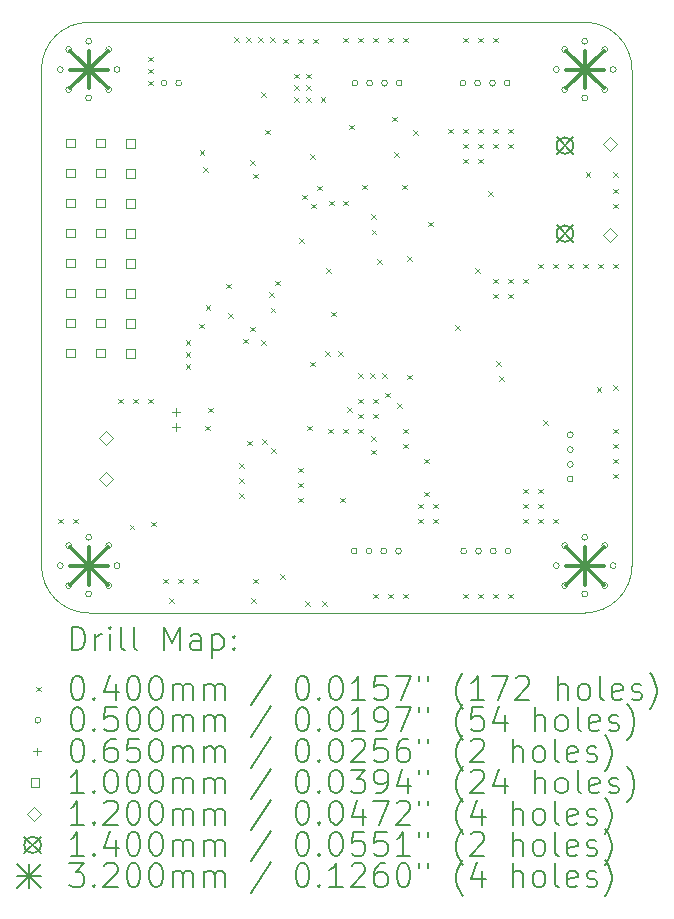
<source format=gbr>
%TF.GenerationSoftware,KiCad,Pcbnew,9.0.2*%
%TF.CreationDate,2025-06-16T10:28:30-04:00*%
%TF.ProjectId,avionicsboard,6176696f-6e69-4637-9362-6f6172642e6b,rev?*%
%TF.SameCoordinates,Original*%
%TF.FileFunction,Drillmap*%
%TF.FilePolarity,Positive*%
%FSLAX45Y45*%
G04 Gerber Fmt 4.5, Leading zero omitted, Abs format (unit mm)*
G04 Created by KiCad (PCBNEW 9.0.2) date 2025-06-16 10:28:30*
%MOMM*%
%LPD*%
G01*
G04 APERTURE LIST*
%ADD10C,0.100000*%
%ADD11C,0.200000*%
%ADD12C,0.120000*%
%ADD13C,0.140000*%
%ADD14C,0.320000*%
G04 APERTURE END LIST*
D10*
X2400000Y-7000000D02*
G75*
G02*
X2000000Y-6600000I0J400000D01*
G01*
X2400000Y-2000000D02*
X6600000Y-2000000D01*
X2000000Y-2400000D02*
G75*
G02*
X2400000Y-2000000I400000J0D01*
G01*
X7000000Y-2400000D02*
X7000000Y-6600000D01*
X6600000Y-7000000D02*
X2400000Y-7000000D01*
X6600000Y-2000000D02*
G75*
G02*
X7000000Y-2400000I0J-400000D01*
G01*
X7000000Y-6600000D02*
G75*
G02*
X6600000Y-7000000I-400000J0D01*
G01*
X2000000Y-6600000D02*
X2000000Y-2400000D01*
D11*
D10*
X2139000Y-6203000D02*
X2179000Y-6243000D01*
X2179000Y-6203000D02*
X2139000Y-6243000D01*
X2266000Y-6203000D02*
X2306000Y-6243000D01*
X2306000Y-6203000D02*
X2266000Y-6243000D01*
X2647000Y-5187000D02*
X2687000Y-5227000D01*
X2687000Y-5187000D02*
X2647000Y-5227000D01*
X2746850Y-6252050D02*
X2786850Y-6292050D01*
X2786850Y-6252050D02*
X2746850Y-6292050D01*
X2774000Y-5187000D02*
X2814000Y-5227000D01*
X2814000Y-5187000D02*
X2774000Y-5227000D01*
X2901000Y-5187000D02*
X2941000Y-5227000D01*
X2941000Y-5187000D02*
X2901000Y-5227000D01*
X2903540Y-2291400D02*
X2943540Y-2331400D01*
X2943540Y-2291400D02*
X2903540Y-2331400D01*
X2903540Y-2393000D02*
X2943540Y-2433000D01*
X2943540Y-2393000D02*
X2903540Y-2433000D01*
X2903540Y-2494600D02*
X2943540Y-2534600D01*
X2943540Y-2494600D02*
X2903540Y-2534600D01*
X2926400Y-6228400D02*
X2966400Y-6268400D01*
X2966400Y-6228400D02*
X2926400Y-6268400D01*
X3028000Y-6711000D02*
X3068000Y-6751000D01*
X3068000Y-6711000D02*
X3028000Y-6751000D01*
X3078800Y-6876100D02*
X3118800Y-6916100D01*
X3118800Y-6876100D02*
X3078800Y-6916100D01*
X3155000Y-6711000D02*
X3195000Y-6751000D01*
X3195000Y-6711000D02*
X3155000Y-6751000D01*
X3221900Y-4688300D02*
X3261900Y-4728300D01*
X3261900Y-4688300D02*
X3221900Y-4728300D01*
X3221900Y-4790760D02*
X3261900Y-4830760D01*
X3261900Y-4790760D02*
X3221900Y-4830760D01*
X3221900Y-4891500D02*
X3261900Y-4931500D01*
X3261900Y-4891500D02*
X3221900Y-4931500D01*
X3282000Y-6711000D02*
X3322000Y-6751000D01*
X3322000Y-6711000D02*
X3282000Y-6751000D01*
X3332800Y-4552000D02*
X3372800Y-4592000D01*
X3372800Y-4552000D02*
X3332800Y-4592000D01*
X3339880Y-3081880D02*
X3379880Y-3121880D01*
X3379880Y-3081880D02*
X3339880Y-3121880D01*
X3368360Y-3223580D02*
X3408360Y-3263580D01*
X3408360Y-3223580D02*
X3368360Y-3263580D01*
X3383600Y-5415600D02*
X3423600Y-5455600D01*
X3423600Y-5415600D02*
X3383600Y-5455600D01*
X3391220Y-4391980D02*
X3431220Y-4431980D01*
X3431220Y-4391980D02*
X3391220Y-4431980D01*
X3414080Y-5263200D02*
X3454080Y-5303200D01*
X3454080Y-5263200D02*
X3414080Y-5303200D01*
X3561400Y-4211640D02*
X3601400Y-4251640D01*
X3601400Y-4211640D02*
X3561400Y-4251640D01*
X3583390Y-4459690D02*
X3623390Y-4499690D01*
X3623390Y-4459690D02*
X3583390Y-4499690D01*
X3629980Y-2126300D02*
X3669980Y-2166300D01*
X3669980Y-2126300D02*
X3629980Y-2166300D01*
X3675700Y-5733100D02*
X3715700Y-5773100D01*
X3715700Y-5733100D02*
X3675700Y-5773100D01*
X3675700Y-5860100D02*
X3715700Y-5900100D01*
X3715700Y-5860100D02*
X3675700Y-5900100D01*
X3675700Y-5987100D02*
X3715700Y-6027100D01*
X3715700Y-5987100D02*
X3675700Y-6027100D01*
X3708720Y-4679000D02*
X3748720Y-4719000D01*
X3748720Y-4679000D02*
X3708720Y-4719000D01*
X3731580Y-2126300D02*
X3771580Y-2166300D01*
X3771580Y-2126300D02*
X3731580Y-2166300D01*
X3739200Y-5542600D02*
X3779200Y-5582600D01*
X3779200Y-5542600D02*
X3739200Y-5582600D01*
X3764600Y-3167700D02*
X3804600Y-3207700D01*
X3804600Y-3167700D02*
X3764600Y-3207700D01*
X3764600Y-4577400D02*
X3804600Y-4617400D01*
X3804600Y-4577400D02*
X3764600Y-4617400D01*
X3776640Y-6872900D02*
X3816640Y-6912900D01*
X3816640Y-6872900D02*
X3776640Y-6912900D01*
X3790000Y-3282000D02*
X3830000Y-3322000D01*
X3830000Y-3282000D02*
X3790000Y-3322000D01*
X3790000Y-6711000D02*
X3830000Y-6751000D01*
X3830000Y-6711000D02*
X3790000Y-6751000D01*
X3833180Y-2126300D02*
X3873180Y-2166300D01*
X3873180Y-2126300D02*
X3833180Y-2166300D01*
X3858580Y-2593660D02*
X3898580Y-2633660D01*
X3898580Y-2593660D02*
X3858580Y-2633660D01*
X3861120Y-4691700D02*
X3901120Y-4731700D01*
X3901120Y-4691700D02*
X3861120Y-4731700D01*
X3866200Y-5529900D02*
X3906200Y-5569900D01*
X3906200Y-5529900D02*
X3866200Y-5569900D01*
X3894140Y-2908620D02*
X3934140Y-2948620D01*
X3934140Y-2908620D02*
X3894140Y-2948620D01*
X3929700Y-4285320D02*
X3969700Y-4325320D01*
X3969700Y-4285320D02*
X3929700Y-4325320D01*
X3934780Y-2126300D02*
X3974780Y-2166300D01*
X3974780Y-2126300D02*
X3934780Y-2166300D01*
X3939860Y-4414840D02*
X3979860Y-4454840D01*
X3979860Y-4414840D02*
X3939860Y-4454840D01*
X3942400Y-5606100D02*
X3982400Y-5646100D01*
X3982400Y-5606100D02*
X3942400Y-5646100D01*
X3980500Y-4188200D02*
X4020500Y-4228200D01*
X4020500Y-4188200D02*
X3980500Y-4228200D01*
X4018600Y-6672900D02*
X4058600Y-6712900D01*
X4058600Y-6672900D02*
X4018600Y-6712900D01*
X4044000Y-2139000D02*
X4084000Y-2179000D01*
X4084000Y-2139000D02*
X4044000Y-2179000D01*
X4137980Y-2433640D02*
X4177980Y-2473640D01*
X4177980Y-2433640D02*
X4137980Y-2473640D01*
X4137980Y-2530160D02*
X4177980Y-2570160D01*
X4177980Y-2530160D02*
X4137980Y-2570160D01*
X4137980Y-2631760D02*
X4177980Y-2671760D01*
X4177980Y-2631760D02*
X4137980Y-2671760D01*
X4171000Y-2139000D02*
X4211000Y-2179000D01*
X4211000Y-2139000D02*
X4171000Y-2179000D01*
X4171000Y-5771200D02*
X4211000Y-5811200D01*
X4211000Y-5771200D02*
X4171000Y-5811200D01*
X4171000Y-5898200D02*
X4211000Y-5938200D01*
X4211000Y-5898200D02*
X4171000Y-5938200D01*
X4171000Y-6025200D02*
X4211000Y-6065200D01*
X4211000Y-6025200D02*
X4171000Y-6065200D01*
X4183700Y-3828100D02*
X4223700Y-3868100D01*
X4223700Y-3828100D02*
X4183700Y-3868100D01*
X4209100Y-3459800D02*
X4249100Y-3499800D01*
X4249100Y-3459800D02*
X4209100Y-3499800D01*
X4234500Y-6901500D02*
X4274500Y-6941500D01*
X4274500Y-6901500D02*
X4234500Y-6941500D01*
X4239580Y-2433640D02*
X4279580Y-2473640D01*
X4279580Y-2433640D02*
X4239580Y-2473640D01*
X4239580Y-2530160D02*
X4279580Y-2570160D01*
X4279580Y-2530160D02*
X4239580Y-2570160D01*
X4239580Y-2631760D02*
X4279580Y-2671760D01*
X4279580Y-2631760D02*
X4239580Y-2671760D01*
X4247200Y-5415600D02*
X4287200Y-5455600D01*
X4287200Y-5415600D02*
X4247200Y-5455600D01*
X4272600Y-3116900D02*
X4312600Y-3156900D01*
X4312600Y-3116900D02*
X4272600Y-3156900D01*
X4272600Y-4872040D02*
X4312600Y-4912040D01*
X4312600Y-4872040D02*
X4272600Y-4912040D01*
X4285300Y-3536000D02*
X4325300Y-3576000D01*
X4325300Y-3536000D02*
X4285300Y-3576000D01*
X4298000Y-2139000D02*
X4338000Y-2179000D01*
X4338000Y-2139000D02*
X4298000Y-2179000D01*
X4336100Y-3383600D02*
X4376100Y-3423600D01*
X4376100Y-3383600D02*
X4336100Y-3423600D01*
X4364040Y-2631760D02*
X4404040Y-2671760D01*
X4404040Y-2631760D02*
X4364040Y-2671760D01*
X4374200Y-6901500D02*
X4414200Y-6941500D01*
X4414200Y-6901500D02*
X4374200Y-6941500D01*
X4399600Y-4783140D02*
X4439600Y-4823140D01*
X4439600Y-4783140D02*
X4399600Y-4823140D01*
X4412300Y-4082100D02*
X4452300Y-4122100D01*
X4452300Y-4082100D02*
X4412300Y-4122100D01*
X4425000Y-5441000D02*
X4465000Y-5481000D01*
X4465000Y-5441000D02*
X4425000Y-5481000D01*
X4437700Y-3510600D02*
X4477700Y-3550600D01*
X4477700Y-3510600D02*
X4437700Y-3550600D01*
X4450400Y-4450400D02*
X4490400Y-4490400D01*
X4490400Y-4450400D02*
X4450400Y-4490400D01*
X4513900Y-4783140D02*
X4553900Y-4823140D01*
X4553900Y-4783140D02*
X4513900Y-4823140D01*
X4526600Y-6025200D02*
X4566600Y-6065200D01*
X4566600Y-6025200D02*
X4526600Y-6065200D01*
X4552000Y-2128840D02*
X4592000Y-2168840D01*
X4592000Y-2128840D02*
X4552000Y-2168840D01*
X4552000Y-3510600D02*
X4592000Y-3550600D01*
X4592000Y-3510600D02*
X4552000Y-3550600D01*
X4552000Y-5441000D02*
X4592000Y-5481000D01*
X4592000Y-5441000D02*
X4552000Y-5481000D01*
X4586400Y-5259500D02*
X4626400Y-5299500D01*
X4626400Y-5259500D02*
X4586400Y-5299500D01*
X4602800Y-2865440D02*
X4642800Y-2905440D01*
X4642800Y-2865440D02*
X4602800Y-2905440D01*
X4679000Y-2128840D02*
X4719000Y-2168840D01*
X4719000Y-2128840D02*
X4679000Y-2168840D01*
X4679000Y-4971100D02*
X4719000Y-5011100D01*
X4719000Y-4971100D02*
X4679000Y-5011100D01*
X4679000Y-5187000D02*
X4719000Y-5227000D01*
X4719000Y-5187000D02*
X4679000Y-5227000D01*
X4679000Y-5314000D02*
X4719000Y-5354000D01*
X4719000Y-5314000D02*
X4679000Y-5354000D01*
X4679000Y-5441000D02*
X4719000Y-5481000D01*
X4719000Y-5441000D02*
X4679000Y-5481000D01*
X4717100Y-3373900D02*
X4757100Y-3413900D01*
X4757100Y-3373900D02*
X4717100Y-3413900D01*
X4780600Y-4971100D02*
X4820600Y-5011100D01*
X4820600Y-4971100D02*
X4780600Y-5011100D01*
X4793300Y-3624900D02*
X4833300Y-3664900D01*
X4833300Y-3624900D02*
X4793300Y-3664900D01*
X4793300Y-5504500D02*
X4833300Y-5544500D01*
X4833300Y-5504500D02*
X4793300Y-5544500D01*
X4793300Y-5618800D02*
X4833300Y-5658800D01*
X4833300Y-5618800D02*
X4793300Y-5658800D01*
X4795840Y-3754440D02*
X4835840Y-3794440D01*
X4835840Y-3754440D02*
X4795840Y-3794440D01*
X4806000Y-2128840D02*
X4846000Y-2168840D01*
X4846000Y-2128840D02*
X4806000Y-2168840D01*
X4806000Y-5187000D02*
X4846000Y-5227000D01*
X4846000Y-5187000D02*
X4806000Y-5227000D01*
X4806000Y-5314000D02*
X4846000Y-5354000D01*
X4846000Y-5314000D02*
X4806000Y-5354000D01*
X4806000Y-6838000D02*
X4846000Y-6878000D01*
X4846000Y-6838000D02*
X4806000Y-6878000D01*
X4844100Y-4005900D02*
X4884100Y-4045900D01*
X4884100Y-4005900D02*
X4844100Y-4045900D01*
X4882200Y-4971100D02*
X4922200Y-5011100D01*
X4922200Y-4971100D02*
X4882200Y-5011100D01*
X4907600Y-5136200D02*
X4947600Y-5176200D01*
X4947600Y-5136200D02*
X4907600Y-5176200D01*
X4933000Y-6838000D02*
X4973000Y-6878000D01*
X4973000Y-6838000D02*
X4933000Y-6878000D01*
X4935540Y-2128840D02*
X4975540Y-2168840D01*
X4975540Y-2128840D02*
X4935540Y-2168840D01*
X4971100Y-2799400D02*
X5011100Y-2839400D01*
X5011100Y-2799400D02*
X4971100Y-2839400D01*
X4983800Y-3101660D02*
X5023800Y-3141660D01*
X5023800Y-3101660D02*
X4983800Y-3141660D01*
X5009200Y-5225100D02*
X5049200Y-5265100D01*
X5049200Y-5225100D02*
X5009200Y-5265100D01*
X5052380Y-3373440D02*
X5092380Y-3413440D01*
X5092380Y-3373440D02*
X5052380Y-3413440D01*
X5060000Y-2128840D02*
X5100000Y-2168840D01*
X5100000Y-2128840D02*
X5060000Y-2168840D01*
X5060000Y-5441000D02*
X5100000Y-5481000D01*
X5100000Y-5441000D02*
X5060000Y-5481000D01*
X5060000Y-5568000D02*
X5100000Y-5608000D01*
X5100000Y-5568000D02*
X5060000Y-5608000D01*
X5060000Y-6838000D02*
X5100000Y-6878000D01*
X5100000Y-6838000D02*
X5060000Y-6878000D01*
X5098100Y-3980500D02*
X5138100Y-4020500D01*
X5138100Y-3980500D02*
X5098100Y-4020500D01*
X5098100Y-4983800D02*
X5138100Y-5023800D01*
X5138100Y-4983800D02*
X5098100Y-5023800D01*
X5148900Y-2913700D02*
X5188900Y-2953700D01*
X5188900Y-2913700D02*
X5148900Y-2953700D01*
X5187000Y-6076000D02*
X5227000Y-6116000D01*
X5227000Y-6076000D02*
X5187000Y-6116000D01*
X5187000Y-6203000D02*
X5227000Y-6243000D01*
X5227000Y-6203000D02*
X5187000Y-6243000D01*
X5237800Y-5695000D02*
X5277800Y-5735000D01*
X5277800Y-5695000D02*
X5237800Y-5735000D01*
X5237800Y-5974400D02*
X5277800Y-6014400D01*
X5277800Y-5974400D02*
X5237800Y-6014400D01*
X5275900Y-3688400D02*
X5315900Y-3728400D01*
X5315900Y-3688400D02*
X5275900Y-3728400D01*
X5314000Y-6076000D02*
X5354000Y-6116000D01*
X5354000Y-6076000D02*
X5314000Y-6116000D01*
X5314000Y-6203000D02*
X5354000Y-6243000D01*
X5354000Y-6203000D02*
X5314000Y-6243000D01*
X5441000Y-2901000D02*
X5481000Y-2941000D01*
X5481000Y-2901000D02*
X5441000Y-2941000D01*
X5504500Y-4564700D02*
X5544500Y-4604700D01*
X5544500Y-4564700D02*
X5504500Y-4604700D01*
X5568000Y-2128840D02*
X5608000Y-2168840D01*
X5608000Y-2128840D02*
X5568000Y-2168840D01*
X5568000Y-2901000D02*
X5608000Y-2941000D01*
X5608000Y-2901000D02*
X5568000Y-2941000D01*
X5568000Y-3028000D02*
X5608000Y-3068000D01*
X5608000Y-3028000D02*
X5568000Y-3068000D01*
X5568000Y-3155000D02*
X5608000Y-3195000D01*
X5608000Y-3155000D02*
X5568000Y-3195000D01*
X5568000Y-6838000D02*
X5608000Y-6878000D01*
X5608000Y-6838000D02*
X5568000Y-6878000D01*
X5669600Y-4082100D02*
X5709600Y-4122100D01*
X5709600Y-4082100D02*
X5669600Y-4122100D01*
X5695000Y-2128840D02*
X5735000Y-2168840D01*
X5735000Y-2128840D02*
X5695000Y-2168840D01*
X5695000Y-2901000D02*
X5735000Y-2941000D01*
X5735000Y-2901000D02*
X5695000Y-2941000D01*
X5695000Y-3028000D02*
X5735000Y-3068000D01*
X5735000Y-3028000D02*
X5695000Y-3068000D01*
X5695000Y-3155000D02*
X5735000Y-3195000D01*
X5735000Y-3155000D02*
X5695000Y-3195000D01*
X5695000Y-6838000D02*
X5735000Y-6878000D01*
X5735000Y-6838000D02*
X5695000Y-6878000D01*
X5783900Y-3429320D02*
X5823900Y-3469320D01*
X5823900Y-3429320D02*
X5783900Y-3469320D01*
X5822000Y-2128840D02*
X5862000Y-2168840D01*
X5862000Y-2128840D02*
X5822000Y-2168840D01*
X5822000Y-2901000D02*
X5862000Y-2941000D01*
X5862000Y-2901000D02*
X5822000Y-2941000D01*
X5822000Y-3028000D02*
X5862000Y-3068000D01*
X5862000Y-3028000D02*
X5822000Y-3068000D01*
X5822000Y-4171000D02*
X5862000Y-4211000D01*
X5862000Y-4171000D02*
X5822000Y-4211000D01*
X5822000Y-4298000D02*
X5862000Y-4338000D01*
X5862000Y-4298000D02*
X5822000Y-4338000D01*
X5822000Y-6838000D02*
X5862000Y-6878000D01*
X5862000Y-6838000D02*
X5822000Y-6878000D01*
X5847400Y-4869500D02*
X5887400Y-4909500D01*
X5887400Y-4869500D02*
X5847400Y-4909500D01*
X5872800Y-4996500D02*
X5912800Y-5036500D01*
X5912800Y-4996500D02*
X5872800Y-5036500D01*
X5949000Y-2901000D02*
X5989000Y-2941000D01*
X5989000Y-2901000D02*
X5949000Y-2941000D01*
X5949000Y-3028000D02*
X5989000Y-3068000D01*
X5989000Y-3028000D02*
X5949000Y-3068000D01*
X5949000Y-4171000D02*
X5989000Y-4211000D01*
X5989000Y-4171000D02*
X5949000Y-4211000D01*
X5949000Y-4298000D02*
X5989000Y-4338000D01*
X5989000Y-4298000D02*
X5949000Y-4338000D01*
X5949000Y-6838000D02*
X5989000Y-6878000D01*
X5989000Y-6838000D02*
X5949000Y-6878000D01*
X6076000Y-4171000D02*
X6116000Y-4211000D01*
X6116000Y-4171000D02*
X6076000Y-4211000D01*
X6076000Y-5949000D02*
X6116000Y-5989000D01*
X6116000Y-5949000D02*
X6076000Y-5989000D01*
X6076000Y-6076000D02*
X6116000Y-6116000D01*
X6116000Y-6076000D02*
X6076000Y-6116000D01*
X6076000Y-6203000D02*
X6116000Y-6243000D01*
X6116000Y-6203000D02*
X6076000Y-6243000D01*
X6203000Y-4044000D02*
X6243000Y-4084000D01*
X6243000Y-4044000D02*
X6203000Y-4084000D01*
X6203000Y-5949000D02*
X6243000Y-5989000D01*
X6243000Y-5949000D02*
X6203000Y-5989000D01*
X6203000Y-6076000D02*
X6243000Y-6116000D01*
X6243000Y-6076000D02*
X6203000Y-6116000D01*
X6203000Y-6203000D02*
X6243000Y-6243000D01*
X6243000Y-6203000D02*
X6203000Y-6243000D01*
X6246180Y-5367340D02*
X6286180Y-5407340D01*
X6286180Y-5367340D02*
X6246180Y-5407340D01*
X6330000Y-4044000D02*
X6370000Y-4084000D01*
X6370000Y-4044000D02*
X6330000Y-4084000D01*
X6330000Y-6203000D02*
X6370000Y-6243000D01*
X6370000Y-6203000D02*
X6330000Y-6243000D01*
X6457000Y-4044000D02*
X6497000Y-4084000D01*
X6497000Y-4044000D02*
X6457000Y-4084000D01*
X6584000Y-4044000D02*
X6624000Y-4084000D01*
X6624000Y-4044000D02*
X6584000Y-4084000D01*
X6606400Y-3266300D02*
X6646400Y-3306300D01*
X6646400Y-3266300D02*
X6606400Y-3306300D01*
X6700600Y-5087700D02*
X6740600Y-5127700D01*
X6740600Y-5087700D02*
X6700600Y-5127700D01*
X6711000Y-4044000D02*
X6751000Y-4084000D01*
X6751000Y-4044000D02*
X6711000Y-4084000D01*
X6838000Y-3269300D02*
X6878000Y-3309300D01*
X6878000Y-3269300D02*
X6838000Y-3309300D01*
X6838000Y-3409000D02*
X6878000Y-3449000D01*
X6878000Y-3409000D02*
X6838000Y-3449000D01*
X6838000Y-3536000D02*
X6878000Y-3576000D01*
X6878000Y-3536000D02*
X6838000Y-3576000D01*
X6838000Y-4044000D02*
X6878000Y-4084000D01*
X6878000Y-4044000D02*
X6838000Y-4084000D01*
X6838000Y-5072700D02*
X6878000Y-5112700D01*
X6878000Y-5072700D02*
X6838000Y-5112700D01*
X6838000Y-5441000D02*
X6878000Y-5481000D01*
X6878000Y-5441000D02*
X6838000Y-5481000D01*
X6838000Y-5568000D02*
X6878000Y-5608000D01*
X6878000Y-5568000D02*
X6838000Y-5608000D01*
X6838000Y-5695000D02*
X6878000Y-5735000D01*
X6878000Y-5695000D02*
X6838000Y-5735000D01*
X6838000Y-5822000D02*
X6878000Y-5862000D01*
X6878000Y-5822000D02*
X6838000Y-5862000D01*
X2185000Y-2400000D02*
G75*
G02*
X2135000Y-2400000I-25000J0D01*
G01*
X2135000Y-2400000D02*
G75*
G02*
X2185000Y-2400000I25000J0D01*
G01*
X2185000Y-6600000D02*
G75*
G02*
X2135000Y-6600000I-25000J0D01*
G01*
X2135000Y-6600000D02*
G75*
G02*
X2185000Y-6600000I25000J0D01*
G01*
X2255294Y-2230294D02*
G75*
G02*
X2205294Y-2230294I-25000J0D01*
G01*
X2205294Y-2230294D02*
G75*
G02*
X2255294Y-2230294I25000J0D01*
G01*
X2255294Y-2569706D02*
G75*
G02*
X2205294Y-2569706I-25000J0D01*
G01*
X2205294Y-2569706D02*
G75*
G02*
X2255294Y-2569706I25000J0D01*
G01*
X2255294Y-6430294D02*
G75*
G02*
X2205294Y-6430294I-25000J0D01*
G01*
X2205294Y-6430294D02*
G75*
G02*
X2255294Y-6430294I25000J0D01*
G01*
X2255294Y-6769706D02*
G75*
G02*
X2205294Y-6769706I-25000J0D01*
G01*
X2205294Y-6769706D02*
G75*
G02*
X2255294Y-6769706I25000J0D01*
G01*
X2425000Y-2160000D02*
G75*
G02*
X2375000Y-2160000I-25000J0D01*
G01*
X2375000Y-2160000D02*
G75*
G02*
X2425000Y-2160000I25000J0D01*
G01*
X2425000Y-2640000D02*
G75*
G02*
X2375000Y-2640000I-25000J0D01*
G01*
X2375000Y-2640000D02*
G75*
G02*
X2425000Y-2640000I25000J0D01*
G01*
X2425000Y-6360000D02*
G75*
G02*
X2375000Y-6360000I-25000J0D01*
G01*
X2375000Y-6360000D02*
G75*
G02*
X2425000Y-6360000I25000J0D01*
G01*
X2425000Y-6840000D02*
G75*
G02*
X2375000Y-6840000I-25000J0D01*
G01*
X2375000Y-6840000D02*
G75*
G02*
X2425000Y-6840000I25000J0D01*
G01*
X2594706Y-2230294D02*
G75*
G02*
X2544706Y-2230294I-25000J0D01*
G01*
X2544706Y-2230294D02*
G75*
G02*
X2594706Y-2230294I25000J0D01*
G01*
X2594706Y-2569706D02*
G75*
G02*
X2544706Y-2569706I-25000J0D01*
G01*
X2544706Y-2569706D02*
G75*
G02*
X2594706Y-2569706I25000J0D01*
G01*
X2594706Y-6430294D02*
G75*
G02*
X2544706Y-6430294I-25000J0D01*
G01*
X2544706Y-6430294D02*
G75*
G02*
X2594706Y-6430294I25000J0D01*
G01*
X2594706Y-6769706D02*
G75*
G02*
X2544706Y-6769706I-25000J0D01*
G01*
X2544706Y-6769706D02*
G75*
G02*
X2594706Y-6769706I25000J0D01*
G01*
X2665000Y-2400000D02*
G75*
G02*
X2615000Y-2400000I-25000J0D01*
G01*
X2615000Y-2400000D02*
G75*
G02*
X2665000Y-2400000I25000J0D01*
G01*
X2665000Y-6600000D02*
G75*
G02*
X2615000Y-6600000I-25000J0D01*
G01*
X2615000Y-6600000D02*
G75*
G02*
X2665000Y-6600000I25000J0D01*
G01*
X3062300Y-2514600D02*
G75*
G02*
X3012300Y-2514600I-25000J0D01*
G01*
X3012300Y-2514600D02*
G75*
G02*
X3062300Y-2514600I25000J0D01*
G01*
X3187300Y-2514600D02*
G75*
G02*
X3137300Y-2514600I-25000J0D01*
G01*
X3137300Y-2514600D02*
G75*
G02*
X3187300Y-2514600I25000J0D01*
G01*
X4673200Y-6477000D02*
G75*
G02*
X4623200Y-6477000I-25000J0D01*
G01*
X4623200Y-6477000D02*
G75*
G02*
X4673200Y-6477000I25000J0D01*
G01*
X4679200Y-2514600D02*
G75*
G02*
X4629200Y-2514600I-25000J0D01*
G01*
X4629200Y-2514600D02*
G75*
G02*
X4679200Y-2514600I25000J0D01*
G01*
X4798200Y-6477000D02*
G75*
G02*
X4748200Y-6477000I-25000J0D01*
G01*
X4748200Y-6477000D02*
G75*
G02*
X4798200Y-6477000I25000J0D01*
G01*
X4804200Y-2514600D02*
G75*
G02*
X4754200Y-2514600I-25000J0D01*
G01*
X4754200Y-2514600D02*
G75*
G02*
X4804200Y-2514600I25000J0D01*
G01*
X4923200Y-6477000D02*
G75*
G02*
X4873200Y-6477000I-25000J0D01*
G01*
X4873200Y-6477000D02*
G75*
G02*
X4923200Y-6477000I25000J0D01*
G01*
X4929200Y-2514600D02*
G75*
G02*
X4879200Y-2514600I-25000J0D01*
G01*
X4879200Y-2514600D02*
G75*
G02*
X4929200Y-2514600I25000J0D01*
G01*
X5048200Y-6477000D02*
G75*
G02*
X4998200Y-6477000I-25000J0D01*
G01*
X4998200Y-6477000D02*
G75*
G02*
X5048200Y-6477000I25000J0D01*
G01*
X5054200Y-2514600D02*
G75*
G02*
X5004200Y-2514600I-25000J0D01*
G01*
X5004200Y-2514600D02*
G75*
G02*
X5054200Y-2514600I25000J0D01*
G01*
X5593600Y-2514600D02*
G75*
G02*
X5543600Y-2514600I-25000J0D01*
G01*
X5543600Y-2514600D02*
G75*
G02*
X5593600Y-2514600I25000J0D01*
G01*
X5600300Y-6477000D02*
G75*
G02*
X5550300Y-6477000I-25000J0D01*
G01*
X5550300Y-6477000D02*
G75*
G02*
X5600300Y-6477000I25000J0D01*
G01*
X5718600Y-2514600D02*
G75*
G02*
X5668600Y-2514600I-25000J0D01*
G01*
X5668600Y-2514600D02*
G75*
G02*
X5718600Y-2514600I25000J0D01*
G01*
X5725300Y-6477000D02*
G75*
G02*
X5675300Y-6477000I-25000J0D01*
G01*
X5675300Y-6477000D02*
G75*
G02*
X5725300Y-6477000I25000J0D01*
G01*
X5843600Y-2514600D02*
G75*
G02*
X5793600Y-2514600I-25000J0D01*
G01*
X5793600Y-2514600D02*
G75*
G02*
X5843600Y-2514600I25000J0D01*
G01*
X5850300Y-6477000D02*
G75*
G02*
X5800300Y-6477000I-25000J0D01*
G01*
X5800300Y-6477000D02*
G75*
G02*
X5850300Y-6477000I25000J0D01*
G01*
X5968600Y-2514600D02*
G75*
G02*
X5918600Y-2514600I-25000J0D01*
G01*
X5918600Y-2514600D02*
G75*
G02*
X5968600Y-2514600I25000J0D01*
G01*
X5975300Y-6477000D02*
G75*
G02*
X5925300Y-6477000I-25000J0D01*
G01*
X5925300Y-6477000D02*
G75*
G02*
X5975300Y-6477000I25000J0D01*
G01*
X6385000Y-2400000D02*
G75*
G02*
X6335000Y-2400000I-25000J0D01*
G01*
X6335000Y-2400000D02*
G75*
G02*
X6385000Y-2400000I25000J0D01*
G01*
X6385000Y-6600000D02*
G75*
G02*
X6335000Y-6600000I-25000J0D01*
G01*
X6335000Y-6600000D02*
G75*
G02*
X6385000Y-6600000I25000J0D01*
G01*
X6455294Y-2230294D02*
G75*
G02*
X6405294Y-2230294I-25000J0D01*
G01*
X6405294Y-2230294D02*
G75*
G02*
X6455294Y-2230294I25000J0D01*
G01*
X6455294Y-2569706D02*
G75*
G02*
X6405294Y-2569706I-25000J0D01*
G01*
X6405294Y-2569706D02*
G75*
G02*
X6455294Y-2569706I25000J0D01*
G01*
X6455294Y-6430294D02*
G75*
G02*
X6405294Y-6430294I-25000J0D01*
G01*
X6405294Y-6430294D02*
G75*
G02*
X6455294Y-6430294I25000J0D01*
G01*
X6455294Y-6769706D02*
G75*
G02*
X6405294Y-6769706I-25000J0D01*
G01*
X6405294Y-6769706D02*
G75*
G02*
X6455294Y-6769706I25000J0D01*
G01*
X6502000Y-5492400D02*
G75*
G02*
X6452000Y-5492400I-25000J0D01*
G01*
X6452000Y-5492400D02*
G75*
G02*
X6502000Y-5492400I25000J0D01*
G01*
X6502000Y-5617400D02*
G75*
G02*
X6452000Y-5617400I-25000J0D01*
G01*
X6452000Y-5617400D02*
G75*
G02*
X6502000Y-5617400I25000J0D01*
G01*
X6502000Y-5742400D02*
G75*
G02*
X6452000Y-5742400I-25000J0D01*
G01*
X6452000Y-5742400D02*
G75*
G02*
X6502000Y-5742400I25000J0D01*
G01*
X6502000Y-5867400D02*
G75*
G02*
X6452000Y-5867400I-25000J0D01*
G01*
X6452000Y-5867400D02*
G75*
G02*
X6502000Y-5867400I25000J0D01*
G01*
X6625000Y-2160000D02*
G75*
G02*
X6575000Y-2160000I-25000J0D01*
G01*
X6575000Y-2160000D02*
G75*
G02*
X6625000Y-2160000I25000J0D01*
G01*
X6625000Y-2640000D02*
G75*
G02*
X6575000Y-2640000I-25000J0D01*
G01*
X6575000Y-2640000D02*
G75*
G02*
X6625000Y-2640000I25000J0D01*
G01*
X6625000Y-6360000D02*
G75*
G02*
X6575000Y-6360000I-25000J0D01*
G01*
X6575000Y-6360000D02*
G75*
G02*
X6625000Y-6360000I25000J0D01*
G01*
X6625000Y-6840000D02*
G75*
G02*
X6575000Y-6840000I-25000J0D01*
G01*
X6575000Y-6840000D02*
G75*
G02*
X6625000Y-6840000I25000J0D01*
G01*
X6794706Y-2230294D02*
G75*
G02*
X6744706Y-2230294I-25000J0D01*
G01*
X6744706Y-2230294D02*
G75*
G02*
X6794706Y-2230294I25000J0D01*
G01*
X6794706Y-2569706D02*
G75*
G02*
X6744706Y-2569706I-25000J0D01*
G01*
X6744706Y-2569706D02*
G75*
G02*
X6794706Y-2569706I25000J0D01*
G01*
X6794706Y-6430294D02*
G75*
G02*
X6744706Y-6430294I-25000J0D01*
G01*
X6744706Y-6430294D02*
G75*
G02*
X6794706Y-6430294I25000J0D01*
G01*
X6794706Y-6769706D02*
G75*
G02*
X6744706Y-6769706I-25000J0D01*
G01*
X6744706Y-6769706D02*
G75*
G02*
X6794706Y-6769706I25000J0D01*
G01*
X6865000Y-2400000D02*
G75*
G02*
X6815000Y-2400000I-25000J0D01*
G01*
X6815000Y-2400000D02*
G75*
G02*
X6865000Y-2400000I25000J0D01*
G01*
X6865000Y-6600000D02*
G75*
G02*
X6815000Y-6600000I-25000J0D01*
G01*
X6815000Y-6600000D02*
G75*
G02*
X6865000Y-6600000I25000J0D01*
G01*
X3136900Y-5269750D02*
X3136900Y-5334750D01*
X3104400Y-5302250D02*
X3169400Y-5302250D01*
X3136900Y-5396750D02*
X3136900Y-5461750D01*
X3104400Y-5429250D02*
X3169400Y-5429250D01*
X2281356Y-3057356D02*
X2281356Y-2986644D01*
X2210644Y-2986644D01*
X2210644Y-3057356D01*
X2281356Y-3057356D01*
X2281356Y-3311356D02*
X2281356Y-3240644D01*
X2210644Y-3240644D01*
X2210644Y-3311356D01*
X2281356Y-3311356D01*
X2281356Y-3565356D02*
X2281356Y-3494644D01*
X2210644Y-3494644D01*
X2210644Y-3565356D01*
X2281356Y-3565356D01*
X2281356Y-3819356D02*
X2281356Y-3748644D01*
X2210644Y-3748644D01*
X2210644Y-3819356D01*
X2281356Y-3819356D01*
X2281356Y-4073356D02*
X2281356Y-4002644D01*
X2210644Y-4002644D01*
X2210644Y-4073356D01*
X2281356Y-4073356D01*
X2281356Y-4327356D02*
X2281356Y-4256644D01*
X2210644Y-4256644D01*
X2210644Y-4327356D01*
X2281356Y-4327356D01*
X2281356Y-4581356D02*
X2281356Y-4510644D01*
X2210644Y-4510644D01*
X2210644Y-4581356D01*
X2281356Y-4581356D01*
X2281356Y-4835356D02*
X2281356Y-4764644D01*
X2210644Y-4764644D01*
X2210644Y-4835356D01*
X2281356Y-4835356D01*
X2535356Y-3057356D02*
X2535356Y-2986644D01*
X2464644Y-2986644D01*
X2464644Y-3057356D01*
X2535356Y-3057356D01*
X2535356Y-3311356D02*
X2535356Y-3240644D01*
X2464644Y-3240644D01*
X2464644Y-3311356D01*
X2535356Y-3311356D01*
X2535356Y-3565356D02*
X2535356Y-3494644D01*
X2464644Y-3494644D01*
X2464644Y-3565356D01*
X2535356Y-3565356D01*
X2535356Y-3819356D02*
X2535356Y-3748644D01*
X2464644Y-3748644D01*
X2464644Y-3819356D01*
X2535356Y-3819356D01*
X2535356Y-4073356D02*
X2535356Y-4002644D01*
X2464644Y-4002644D01*
X2464644Y-4073356D01*
X2535356Y-4073356D01*
X2535356Y-4327356D02*
X2535356Y-4256644D01*
X2464644Y-4256644D01*
X2464644Y-4327356D01*
X2535356Y-4327356D01*
X2535356Y-4581356D02*
X2535356Y-4510644D01*
X2464644Y-4510644D01*
X2464644Y-4581356D01*
X2535356Y-4581356D01*
X2535356Y-4835356D02*
X2535356Y-4764644D01*
X2464644Y-4764644D01*
X2464644Y-4835356D01*
X2535356Y-4835356D01*
X2789478Y-3060496D02*
X2789478Y-2989784D01*
X2718766Y-2989784D01*
X2718766Y-3060496D01*
X2789478Y-3060496D01*
X2789478Y-3314496D02*
X2789478Y-3243784D01*
X2718766Y-3243784D01*
X2718766Y-3314496D01*
X2789478Y-3314496D01*
X2789478Y-3568496D02*
X2789478Y-3497784D01*
X2718766Y-3497784D01*
X2718766Y-3568496D01*
X2789478Y-3568496D01*
X2789478Y-3822496D02*
X2789478Y-3751784D01*
X2718766Y-3751784D01*
X2718766Y-3822496D01*
X2789478Y-3822496D01*
X2789478Y-4076496D02*
X2789478Y-4005784D01*
X2718766Y-4005784D01*
X2718766Y-4076496D01*
X2789478Y-4076496D01*
X2789478Y-4330496D02*
X2789478Y-4259784D01*
X2718766Y-4259784D01*
X2718766Y-4330496D01*
X2789478Y-4330496D01*
X2789478Y-4584496D02*
X2789478Y-4513784D01*
X2718766Y-4513784D01*
X2718766Y-4584496D01*
X2789478Y-4584496D01*
X2789478Y-4838496D02*
X2789478Y-4767784D01*
X2718766Y-4767784D01*
X2718766Y-4838496D01*
X2789478Y-4838496D01*
D12*
X2546350Y-5578150D02*
X2606350Y-5518150D01*
X2546350Y-5458150D01*
X2486350Y-5518150D01*
X2546350Y-5578150D01*
X2546350Y-5928150D02*
X2606350Y-5868150D01*
X2546350Y-5808150D01*
X2486350Y-5868150D01*
X2546350Y-5928150D01*
X6811700Y-3088800D02*
X6871700Y-3028800D01*
X6811700Y-2968800D01*
X6751700Y-3028800D01*
X6811700Y-3088800D01*
X6811700Y-3863800D02*
X6871700Y-3803800D01*
X6811700Y-3743800D01*
X6751700Y-3803800D01*
X6811700Y-3863800D01*
D13*
X6361700Y-2973800D02*
X6501700Y-3113800D01*
X6501700Y-2973800D02*
X6361700Y-3113800D01*
X6501700Y-3043800D02*
G75*
G02*
X6361700Y-3043800I-70000J0D01*
G01*
X6361700Y-3043800D02*
G75*
G02*
X6501700Y-3043800I70000J0D01*
G01*
X6361700Y-3718800D02*
X6501700Y-3858800D01*
X6501700Y-3718800D02*
X6361700Y-3858800D01*
X6501700Y-3788800D02*
G75*
G02*
X6361700Y-3788800I-70000J0D01*
G01*
X6361700Y-3788800D02*
G75*
G02*
X6501700Y-3788800I70000J0D01*
G01*
D14*
X2240000Y-2240000D02*
X2560000Y-2560000D01*
X2560000Y-2240000D02*
X2240000Y-2560000D01*
X2400000Y-2240000D02*
X2400000Y-2560000D01*
X2240000Y-2400000D02*
X2560000Y-2400000D01*
X2240000Y-6440000D02*
X2560000Y-6760000D01*
X2560000Y-6440000D02*
X2240000Y-6760000D01*
X2400000Y-6440000D02*
X2400000Y-6760000D01*
X2240000Y-6600000D02*
X2560000Y-6600000D01*
X6440000Y-2240000D02*
X6760000Y-2560000D01*
X6760000Y-2240000D02*
X6440000Y-2560000D01*
X6600000Y-2240000D02*
X6600000Y-2560000D01*
X6440000Y-2400000D02*
X6760000Y-2400000D01*
X6440000Y-6440000D02*
X6760000Y-6760000D01*
X6760000Y-6440000D02*
X6440000Y-6760000D01*
X6600000Y-6440000D02*
X6600000Y-6760000D01*
X6440000Y-6600000D02*
X6760000Y-6600000D01*
D11*
X2255777Y-7316484D02*
X2255777Y-7116484D01*
X2255777Y-7116484D02*
X2303396Y-7116484D01*
X2303396Y-7116484D02*
X2331967Y-7126008D01*
X2331967Y-7126008D02*
X2351015Y-7145055D01*
X2351015Y-7145055D02*
X2360539Y-7164103D01*
X2360539Y-7164103D02*
X2370063Y-7202198D01*
X2370063Y-7202198D02*
X2370063Y-7230769D01*
X2370063Y-7230769D02*
X2360539Y-7268865D01*
X2360539Y-7268865D02*
X2351015Y-7287912D01*
X2351015Y-7287912D02*
X2331967Y-7306960D01*
X2331967Y-7306960D02*
X2303396Y-7316484D01*
X2303396Y-7316484D02*
X2255777Y-7316484D01*
X2455777Y-7316484D02*
X2455777Y-7183150D01*
X2455777Y-7221246D02*
X2465301Y-7202198D01*
X2465301Y-7202198D02*
X2474824Y-7192674D01*
X2474824Y-7192674D02*
X2493872Y-7183150D01*
X2493872Y-7183150D02*
X2512920Y-7183150D01*
X2579586Y-7316484D02*
X2579586Y-7183150D01*
X2579586Y-7116484D02*
X2570063Y-7126008D01*
X2570063Y-7126008D02*
X2579586Y-7135531D01*
X2579586Y-7135531D02*
X2589110Y-7126008D01*
X2589110Y-7126008D02*
X2579586Y-7116484D01*
X2579586Y-7116484D02*
X2579586Y-7135531D01*
X2703396Y-7316484D02*
X2684348Y-7306960D01*
X2684348Y-7306960D02*
X2674824Y-7287912D01*
X2674824Y-7287912D02*
X2674824Y-7116484D01*
X2808158Y-7316484D02*
X2789110Y-7306960D01*
X2789110Y-7306960D02*
X2779586Y-7287912D01*
X2779586Y-7287912D02*
X2779586Y-7116484D01*
X3036729Y-7316484D02*
X3036729Y-7116484D01*
X3036729Y-7116484D02*
X3103396Y-7259341D01*
X3103396Y-7259341D02*
X3170062Y-7116484D01*
X3170062Y-7116484D02*
X3170062Y-7316484D01*
X3351015Y-7316484D02*
X3351015Y-7211722D01*
X3351015Y-7211722D02*
X3341491Y-7192674D01*
X3341491Y-7192674D02*
X3322443Y-7183150D01*
X3322443Y-7183150D02*
X3284348Y-7183150D01*
X3284348Y-7183150D02*
X3265301Y-7192674D01*
X3351015Y-7306960D02*
X3331967Y-7316484D01*
X3331967Y-7316484D02*
X3284348Y-7316484D01*
X3284348Y-7316484D02*
X3265301Y-7306960D01*
X3265301Y-7306960D02*
X3255777Y-7287912D01*
X3255777Y-7287912D02*
X3255777Y-7268865D01*
X3255777Y-7268865D02*
X3265301Y-7249817D01*
X3265301Y-7249817D02*
X3284348Y-7240293D01*
X3284348Y-7240293D02*
X3331967Y-7240293D01*
X3331967Y-7240293D02*
X3351015Y-7230769D01*
X3446253Y-7183150D02*
X3446253Y-7383150D01*
X3446253Y-7192674D02*
X3465301Y-7183150D01*
X3465301Y-7183150D02*
X3503396Y-7183150D01*
X3503396Y-7183150D02*
X3522443Y-7192674D01*
X3522443Y-7192674D02*
X3531967Y-7202198D01*
X3531967Y-7202198D02*
X3541491Y-7221246D01*
X3541491Y-7221246D02*
X3541491Y-7278388D01*
X3541491Y-7278388D02*
X3531967Y-7297436D01*
X3531967Y-7297436D02*
X3522443Y-7306960D01*
X3522443Y-7306960D02*
X3503396Y-7316484D01*
X3503396Y-7316484D02*
X3465301Y-7316484D01*
X3465301Y-7316484D02*
X3446253Y-7306960D01*
X3627205Y-7297436D02*
X3636729Y-7306960D01*
X3636729Y-7306960D02*
X3627205Y-7316484D01*
X3627205Y-7316484D02*
X3617682Y-7306960D01*
X3617682Y-7306960D02*
X3627205Y-7297436D01*
X3627205Y-7297436D02*
X3627205Y-7316484D01*
X3627205Y-7192674D02*
X3636729Y-7202198D01*
X3636729Y-7202198D02*
X3627205Y-7211722D01*
X3627205Y-7211722D02*
X3617682Y-7202198D01*
X3617682Y-7202198D02*
X3627205Y-7192674D01*
X3627205Y-7192674D02*
X3627205Y-7211722D01*
D10*
X1955000Y-7625000D02*
X1995000Y-7665000D01*
X1995000Y-7625000D02*
X1955000Y-7665000D01*
D11*
X2293872Y-7536484D02*
X2312920Y-7536484D01*
X2312920Y-7536484D02*
X2331967Y-7546008D01*
X2331967Y-7546008D02*
X2341491Y-7555531D01*
X2341491Y-7555531D02*
X2351015Y-7574579D01*
X2351015Y-7574579D02*
X2360539Y-7612674D01*
X2360539Y-7612674D02*
X2360539Y-7660293D01*
X2360539Y-7660293D02*
X2351015Y-7698388D01*
X2351015Y-7698388D02*
X2341491Y-7717436D01*
X2341491Y-7717436D02*
X2331967Y-7726960D01*
X2331967Y-7726960D02*
X2312920Y-7736484D01*
X2312920Y-7736484D02*
X2293872Y-7736484D01*
X2293872Y-7736484D02*
X2274824Y-7726960D01*
X2274824Y-7726960D02*
X2265301Y-7717436D01*
X2265301Y-7717436D02*
X2255777Y-7698388D01*
X2255777Y-7698388D02*
X2246253Y-7660293D01*
X2246253Y-7660293D02*
X2246253Y-7612674D01*
X2246253Y-7612674D02*
X2255777Y-7574579D01*
X2255777Y-7574579D02*
X2265301Y-7555531D01*
X2265301Y-7555531D02*
X2274824Y-7546008D01*
X2274824Y-7546008D02*
X2293872Y-7536484D01*
X2446253Y-7717436D02*
X2455777Y-7726960D01*
X2455777Y-7726960D02*
X2446253Y-7736484D01*
X2446253Y-7736484D02*
X2436729Y-7726960D01*
X2436729Y-7726960D02*
X2446253Y-7717436D01*
X2446253Y-7717436D02*
X2446253Y-7736484D01*
X2627205Y-7603150D02*
X2627205Y-7736484D01*
X2579586Y-7526960D02*
X2531967Y-7669817D01*
X2531967Y-7669817D02*
X2655777Y-7669817D01*
X2770063Y-7536484D02*
X2789110Y-7536484D01*
X2789110Y-7536484D02*
X2808158Y-7546008D01*
X2808158Y-7546008D02*
X2817682Y-7555531D01*
X2817682Y-7555531D02*
X2827205Y-7574579D01*
X2827205Y-7574579D02*
X2836729Y-7612674D01*
X2836729Y-7612674D02*
X2836729Y-7660293D01*
X2836729Y-7660293D02*
X2827205Y-7698388D01*
X2827205Y-7698388D02*
X2817682Y-7717436D01*
X2817682Y-7717436D02*
X2808158Y-7726960D01*
X2808158Y-7726960D02*
X2789110Y-7736484D01*
X2789110Y-7736484D02*
X2770063Y-7736484D01*
X2770063Y-7736484D02*
X2751015Y-7726960D01*
X2751015Y-7726960D02*
X2741491Y-7717436D01*
X2741491Y-7717436D02*
X2731967Y-7698388D01*
X2731967Y-7698388D02*
X2722444Y-7660293D01*
X2722444Y-7660293D02*
X2722444Y-7612674D01*
X2722444Y-7612674D02*
X2731967Y-7574579D01*
X2731967Y-7574579D02*
X2741491Y-7555531D01*
X2741491Y-7555531D02*
X2751015Y-7546008D01*
X2751015Y-7546008D02*
X2770063Y-7536484D01*
X2960539Y-7536484D02*
X2979586Y-7536484D01*
X2979586Y-7536484D02*
X2998634Y-7546008D01*
X2998634Y-7546008D02*
X3008158Y-7555531D01*
X3008158Y-7555531D02*
X3017682Y-7574579D01*
X3017682Y-7574579D02*
X3027205Y-7612674D01*
X3027205Y-7612674D02*
X3027205Y-7660293D01*
X3027205Y-7660293D02*
X3017682Y-7698388D01*
X3017682Y-7698388D02*
X3008158Y-7717436D01*
X3008158Y-7717436D02*
X2998634Y-7726960D01*
X2998634Y-7726960D02*
X2979586Y-7736484D01*
X2979586Y-7736484D02*
X2960539Y-7736484D01*
X2960539Y-7736484D02*
X2941491Y-7726960D01*
X2941491Y-7726960D02*
X2931967Y-7717436D01*
X2931967Y-7717436D02*
X2922443Y-7698388D01*
X2922443Y-7698388D02*
X2912920Y-7660293D01*
X2912920Y-7660293D02*
X2912920Y-7612674D01*
X2912920Y-7612674D02*
X2922443Y-7574579D01*
X2922443Y-7574579D02*
X2931967Y-7555531D01*
X2931967Y-7555531D02*
X2941491Y-7546008D01*
X2941491Y-7546008D02*
X2960539Y-7536484D01*
X3112920Y-7736484D02*
X3112920Y-7603150D01*
X3112920Y-7622198D02*
X3122443Y-7612674D01*
X3122443Y-7612674D02*
X3141491Y-7603150D01*
X3141491Y-7603150D02*
X3170063Y-7603150D01*
X3170063Y-7603150D02*
X3189110Y-7612674D01*
X3189110Y-7612674D02*
X3198634Y-7631722D01*
X3198634Y-7631722D02*
X3198634Y-7736484D01*
X3198634Y-7631722D02*
X3208158Y-7612674D01*
X3208158Y-7612674D02*
X3227205Y-7603150D01*
X3227205Y-7603150D02*
X3255777Y-7603150D01*
X3255777Y-7603150D02*
X3274824Y-7612674D01*
X3274824Y-7612674D02*
X3284348Y-7631722D01*
X3284348Y-7631722D02*
X3284348Y-7736484D01*
X3379586Y-7736484D02*
X3379586Y-7603150D01*
X3379586Y-7622198D02*
X3389110Y-7612674D01*
X3389110Y-7612674D02*
X3408158Y-7603150D01*
X3408158Y-7603150D02*
X3436729Y-7603150D01*
X3436729Y-7603150D02*
X3455777Y-7612674D01*
X3455777Y-7612674D02*
X3465301Y-7631722D01*
X3465301Y-7631722D02*
X3465301Y-7736484D01*
X3465301Y-7631722D02*
X3474824Y-7612674D01*
X3474824Y-7612674D02*
X3493872Y-7603150D01*
X3493872Y-7603150D02*
X3522443Y-7603150D01*
X3522443Y-7603150D02*
X3541491Y-7612674D01*
X3541491Y-7612674D02*
X3551015Y-7631722D01*
X3551015Y-7631722D02*
X3551015Y-7736484D01*
X3941491Y-7526960D02*
X3770063Y-7784103D01*
X4198634Y-7536484D02*
X4217682Y-7536484D01*
X4217682Y-7536484D02*
X4236729Y-7546008D01*
X4236729Y-7546008D02*
X4246253Y-7555531D01*
X4246253Y-7555531D02*
X4255777Y-7574579D01*
X4255777Y-7574579D02*
X4265301Y-7612674D01*
X4265301Y-7612674D02*
X4265301Y-7660293D01*
X4265301Y-7660293D02*
X4255777Y-7698388D01*
X4255777Y-7698388D02*
X4246253Y-7717436D01*
X4246253Y-7717436D02*
X4236729Y-7726960D01*
X4236729Y-7726960D02*
X4217682Y-7736484D01*
X4217682Y-7736484D02*
X4198634Y-7736484D01*
X4198634Y-7736484D02*
X4179586Y-7726960D01*
X4179586Y-7726960D02*
X4170063Y-7717436D01*
X4170063Y-7717436D02*
X4160539Y-7698388D01*
X4160539Y-7698388D02*
X4151015Y-7660293D01*
X4151015Y-7660293D02*
X4151015Y-7612674D01*
X4151015Y-7612674D02*
X4160539Y-7574579D01*
X4160539Y-7574579D02*
X4170063Y-7555531D01*
X4170063Y-7555531D02*
X4179586Y-7546008D01*
X4179586Y-7546008D02*
X4198634Y-7536484D01*
X4351015Y-7717436D02*
X4360539Y-7726960D01*
X4360539Y-7726960D02*
X4351015Y-7736484D01*
X4351015Y-7736484D02*
X4341491Y-7726960D01*
X4341491Y-7726960D02*
X4351015Y-7717436D01*
X4351015Y-7717436D02*
X4351015Y-7736484D01*
X4484348Y-7536484D02*
X4503396Y-7536484D01*
X4503396Y-7536484D02*
X4522444Y-7546008D01*
X4522444Y-7546008D02*
X4531968Y-7555531D01*
X4531968Y-7555531D02*
X4541491Y-7574579D01*
X4541491Y-7574579D02*
X4551015Y-7612674D01*
X4551015Y-7612674D02*
X4551015Y-7660293D01*
X4551015Y-7660293D02*
X4541491Y-7698388D01*
X4541491Y-7698388D02*
X4531968Y-7717436D01*
X4531968Y-7717436D02*
X4522444Y-7726960D01*
X4522444Y-7726960D02*
X4503396Y-7736484D01*
X4503396Y-7736484D02*
X4484348Y-7736484D01*
X4484348Y-7736484D02*
X4465301Y-7726960D01*
X4465301Y-7726960D02*
X4455777Y-7717436D01*
X4455777Y-7717436D02*
X4446253Y-7698388D01*
X4446253Y-7698388D02*
X4436729Y-7660293D01*
X4436729Y-7660293D02*
X4436729Y-7612674D01*
X4436729Y-7612674D02*
X4446253Y-7574579D01*
X4446253Y-7574579D02*
X4455777Y-7555531D01*
X4455777Y-7555531D02*
X4465301Y-7546008D01*
X4465301Y-7546008D02*
X4484348Y-7536484D01*
X4741491Y-7736484D02*
X4627206Y-7736484D01*
X4684348Y-7736484D02*
X4684348Y-7536484D01*
X4684348Y-7536484D02*
X4665301Y-7565055D01*
X4665301Y-7565055D02*
X4646253Y-7584103D01*
X4646253Y-7584103D02*
X4627206Y-7593627D01*
X4922444Y-7536484D02*
X4827206Y-7536484D01*
X4827206Y-7536484D02*
X4817682Y-7631722D01*
X4817682Y-7631722D02*
X4827206Y-7622198D01*
X4827206Y-7622198D02*
X4846253Y-7612674D01*
X4846253Y-7612674D02*
X4893872Y-7612674D01*
X4893872Y-7612674D02*
X4912920Y-7622198D01*
X4912920Y-7622198D02*
X4922444Y-7631722D01*
X4922444Y-7631722D02*
X4931968Y-7650769D01*
X4931968Y-7650769D02*
X4931968Y-7698388D01*
X4931968Y-7698388D02*
X4922444Y-7717436D01*
X4922444Y-7717436D02*
X4912920Y-7726960D01*
X4912920Y-7726960D02*
X4893872Y-7736484D01*
X4893872Y-7736484D02*
X4846253Y-7736484D01*
X4846253Y-7736484D02*
X4827206Y-7726960D01*
X4827206Y-7726960D02*
X4817682Y-7717436D01*
X4998634Y-7536484D02*
X5131968Y-7536484D01*
X5131968Y-7536484D02*
X5046253Y-7736484D01*
X5198634Y-7536484D02*
X5198634Y-7574579D01*
X5274825Y-7536484D02*
X5274825Y-7574579D01*
X5570063Y-7812674D02*
X5560539Y-7803150D01*
X5560539Y-7803150D02*
X5541491Y-7774579D01*
X5541491Y-7774579D02*
X5531968Y-7755531D01*
X5531968Y-7755531D02*
X5522444Y-7726960D01*
X5522444Y-7726960D02*
X5512920Y-7679341D01*
X5512920Y-7679341D02*
X5512920Y-7641246D01*
X5512920Y-7641246D02*
X5522444Y-7593627D01*
X5522444Y-7593627D02*
X5531968Y-7565055D01*
X5531968Y-7565055D02*
X5541491Y-7546008D01*
X5541491Y-7546008D02*
X5560539Y-7517436D01*
X5560539Y-7517436D02*
X5570063Y-7507912D01*
X5751015Y-7736484D02*
X5636729Y-7736484D01*
X5693872Y-7736484D02*
X5693872Y-7536484D01*
X5693872Y-7536484D02*
X5674825Y-7565055D01*
X5674825Y-7565055D02*
X5655777Y-7584103D01*
X5655777Y-7584103D02*
X5636729Y-7593627D01*
X5817682Y-7536484D02*
X5951015Y-7536484D01*
X5951015Y-7536484D02*
X5865301Y-7736484D01*
X6017682Y-7555531D02*
X6027206Y-7546008D01*
X6027206Y-7546008D02*
X6046253Y-7536484D01*
X6046253Y-7536484D02*
X6093872Y-7536484D01*
X6093872Y-7536484D02*
X6112920Y-7546008D01*
X6112920Y-7546008D02*
X6122444Y-7555531D01*
X6122444Y-7555531D02*
X6131968Y-7574579D01*
X6131968Y-7574579D02*
X6131968Y-7593627D01*
X6131968Y-7593627D02*
X6122444Y-7622198D01*
X6122444Y-7622198D02*
X6008158Y-7736484D01*
X6008158Y-7736484D02*
X6131968Y-7736484D01*
X6370063Y-7736484D02*
X6370063Y-7536484D01*
X6455777Y-7736484D02*
X6455777Y-7631722D01*
X6455777Y-7631722D02*
X6446253Y-7612674D01*
X6446253Y-7612674D02*
X6427206Y-7603150D01*
X6427206Y-7603150D02*
X6398634Y-7603150D01*
X6398634Y-7603150D02*
X6379587Y-7612674D01*
X6379587Y-7612674D02*
X6370063Y-7622198D01*
X6579587Y-7736484D02*
X6560539Y-7726960D01*
X6560539Y-7726960D02*
X6551015Y-7717436D01*
X6551015Y-7717436D02*
X6541491Y-7698388D01*
X6541491Y-7698388D02*
X6541491Y-7641246D01*
X6541491Y-7641246D02*
X6551015Y-7622198D01*
X6551015Y-7622198D02*
X6560539Y-7612674D01*
X6560539Y-7612674D02*
X6579587Y-7603150D01*
X6579587Y-7603150D02*
X6608158Y-7603150D01*
X6608158Y-7603150D02*
X6627206Y-7612674D01*
X6627206Y-7612674D02*
X6636730Y-7622198D01*
X6636730Y-7622198D02*
X6646253Y-7641246D01*
X6646253Y-7641246D02*
X6646253Y-7698388D01*
X6646253Y-7698388D02*
X6636730Y-7717436D01*
X6636730Y-7717436D02*
X6627206Y-7726960D01*
X6627206Y-7726960D02*
X6608158Y-7736484D01*
X6608158Y-7736484D02*
X6579587Y-7736484D01*
X6760539Y-7736484D02*
X6741491Y-7726960D01*
X6741491Y-7726960D02*
X6731968Y-7707912D01*
X6731968Y-7707912D02*
X6731968Y-7536484D01*
X6912920Y-7726960D02*
X6893872Y-7736484D01*
X6893872Y-7736484D02*
X6855777Y-7736484D01*
X6855777Y-7736484D02*
X6836730Y-7726960D01*
X6836730Y-7726960D02*
X6827206Y-7707912D01*
X6827206Y-7707912D02*
X6827206Y-7631722D01*
X6827206Y-7631722D02*
X6836730Y-7612674D01*
X6836730Y-7612674D02*
X6855777Y-7603150D01*
X6855777Y-7603150D02*
X6893872Y-7603150D01*
X6893872Y-7603150D02*
X6912920Y-7612674D01*
X6912920Y-7612674D02*
X6922444Y-7631722D01*
X6922444Y-7631722D02*
X6922444Y-7650769D01*
X6922444Y-7650769D02*
X6827206Y-7669817D01*
X6998634Y-7726960D02*
X7017682Y-7736484D01*
X7017682Y-7736484D02*
X7055777Y-7736484D01*
X7055777Y-7736484D02*
X7074825Y-7726960D01*
X7074825Y-7726960D02*
X7084349Y-7707912D01*
X7084349Y-7707912D02*
X7084349Y-7698388D01*
X7084349Y-7698388D02*
X7074825Y-7679341D01*
X7074825Y-7679341D02*
X7055777Y-7669817D01*
X7055777Y-7669817D02*
X7027206Y-7669817D01*
X7027206Y-7669817D02*
X7008158Y-7660293D01*
X7008158Y-7660293D02*
X6998634Y-7641246D01*
X6998634Y-7641246D02*
X6998634Y-7631722D01*
X6998634Y-7631722D02*
X7008158Y-7612674D01*
X7008158Y-7612674D02*
X7027206Y-7603150D01*
X7027206Y-7603150D02*
X7055777Y-7603150D01*
X7055777Y-7603150D02*
X7074825Y-7612674D01*
X7151015Y-7812674D02*
X7160539Y-7803150D01*
X7160539Y-7803150D02*
X7179587Y-7774579D01*
X7179587Y-7774579D02*
X7189111Y-7755531D01*
X7189111Y-7755531D02*
X7198634Y-7726960D01*
X7198634Y-7726960D02*
X7208158Y-7679341D01*
X7208158Y-7679341D02*
X7208158Y-7641246D01*
X7208158Y-7641246D02*
X7198634Y-7593627D01*
X7198634Y-7593627D02*
X7189111Y-7565055D01*
X7189111Y-7565055D02*
X7179587Y-7546008D01*
X7179587Y-7546008D02*
X7160539Y-7517436D01*
X7160539Y-7517436D02*
X7151015Y-7507912D01*
D10*
X1995000Y-7909000D02*
G75*
G02*
X1945000Y-7909000I-25000J0D01*
G01*
X1945000Y-7909000D02*
G75*
G02*
X1995000Y-7909000I25000J0D01*
G01*
D11*
X2293872Y-7800484D02*
X2312920Y-7800484D01*
X2312920Y-7800484D02*
X2331967Y-7810008D01*
X2331967Y-7810008D02*
X2341491Y-7819531D01*
X2341491Y-7819531D02*
X2351015Y-7838579D01*
X2351015Y-7838579D02*
X2360539Y-7876674D01*
X2360539Y-7876674D02*
X2360539Y-7924293D01*
X2360539Y-7924293D02*
X2351015Y-7962388D01*
X2351015Y-7962388D02*
X2341491Y-7981436D01*
X2341491Y-7981436D02*
X2331967Y-7990960D01*
X2331967Y-7990960D02*
X2312920Y-8000484D01*
X2312920Y-8000484D02*
X2293872Y-8000484D01*
X2293872Y-8000484D02*
X2274824Y-7990960D01*
X2274824Y-7990960D02*
X2265301Y-7981436D01*
X2265301Y-7981436D02*
X2255777Y-7962388D01*
X2255777Y-7962388D02*
X2246253Y-7924293D01*
X2246253Y-7924293D02*
X2246253Y-7876674D01*
X2246253Y-7876674D02*
X2255777Y-7838579D01*
X2255777Y-7838579D02*
X2265301Y-7819531D01*
X2265301Y-7819531D02*
X2274824Y-7810008D01*
X2274824Y-7810008D02*
X2293872Y-7800484D01*
X2446253Y-7981436D02*
X2455777Y-7990960D01*
X2455777Y-7990960D02*
X2446253Y-8000484D01*
X2446253Y-8000484D02*
X2436729Y-7990960D01*
X2436729Y-7990960D02*
X2446253Y-7981436D01*
X2446253Y-7981436D02*
X2446253Y-8000484D01*
X2636729Y-7800484D02*
X2541491Y-7800484D01*
X2541491Y-7800484D02*
X2531967Y-7895722D01*
X2531967Y-7895722D02*
X2541491Y-7886198D01*
X2541491Y-7886198D02*
X2560539Y-7876674D01*
X2560539Y-7876674D02*
X2608158Y-7876674D01*
X2608158Y-7876674D02*
X2627205Y-7886198D01*
X2627205Y-7886198D02*
X2636729Y-7895722D01*
X2636729Y-7895722D02*
X2646253Y-7914769D01*
X2646253Y-7914769D02*
X2646253Y-7962388D01*
X2646253Y-7962388D02*
X2636729Y-7981436D01*
X2636729Y-7981436D02*
X2627205Y-7990960D01*
X2627205Y-7990960D02*
X2608158Y-8000484D01*
X2608158Y-8000484D02*
X2560539Y-8000484D01*
X2560539Y-8000484D02*
X2541491Y-7990960D01*
X2541491Y-7990960D02*
X2531967Y-7981436D01*
X2770063Y-7800484D02*
X2789110Y-7800484D01*
X2789110Y-7800484D02*
X2808158Y-7810008D01*
X2808158Y-7810008D02*
X2817682Y-7819531D01*
X2817682Y-7819531D02*
X2827205Y-7838579D01*
X2827205Y-7838579D02*
X2836729Y-7876674D01*
X2836729Y-7876674D02*
X2836729Y-7924293D01*
X2836729Y-7924293D02*
X2827205Y-7962388D01*
X2827205Y-7962388D02*
X2817682Y-7981436D01*
X2817682Y-7981436D02*
X2808158Y-7990960D01*
X2808158Y-7990960D02*
X2789110Y-8000484D01*
X2789110Y-8000484D02*
X2770063Y-8000484D01*
X2770063Y-8000484D02*
X2751015Y-7990960D01*
X2751015Y-7990960D02*
X2741491Y-7981436D01*
X2741491Y-7981436D02*
X2731967Y-7962388D01*
X2731967Y-7962388D02*
X2722444Y-7924293D01*
X2722444Y-7924293D02*
X2722444Y-7876674D01*
X2722444Y-7876674D02*
X2731967Y-7838579D01*
X2731967Y-7838579D02*
X2741491Y-7819531D01*
X2741491Y-7819531D02*
X2751015Y-7810008D01*
X2751015Y-7810008D02*
X2770063Y-7800484D01*
X2960539Y-7800484D02*
X2979586Y-7800484D01*
X2979586Y-7800484D02*
X2998634Y-7810008D01*
X2998634Y-7810008D02*
X3008158Y-7819531D01*
X3008158Y-7819531D02*
X3017682Y-7838579D01*
X3017682Y-7838579D02*
X3027205Y-7876674D01*
X3027205Y-7876674D02*
X3027205Y-7924293D01*
X3027205Y-7924293D02*
X3017682Y-7962388D01*
X3017682Y-7962388D02*
X3008158Y-7981436D01*
X3008158Y-7981436D02*
X2998634Y-7990960D01*
X2998634Y-7990960D02*
X2979586Y-8000484D01*
X2979586Y-8000484D02*
X2960539Y-8000484D01*
X2960539Y-8000484D02*
X2941491Y-7990960D01*
X2941491Y-7990960D02*
X2931967Y-7981436D01*
X2931967Y-7981436D02*
X2922443Y-7962388D01*
X2922443Y-7962388D02*
X2912920Y-7924293D01*
X2912920Y-7924293D02*
X2912920Y-7876674D01*
X2912920Y-7876674D02*
X2922443Y-7838579D01*
X2922443Y-7838579D02*
X2931967Y-7819531D01*
X2931967Y-7819531D02*
X2941491Y-7810008D01*
X2941491Y-7810008D02*
X2960539Y-7800484D01*
X3112920Y-8000484D02*
X3112920Y-7867150D01*
X3112920Y-7886198D02*
X3122443Y-7876674D01*
X3122443Y-7876674D02*
X3141491Y-7867150D01*
X3141491Y-7867150D02*
X3170063Y-7867150D01*
X3170063Y-7867150D02*
X3189110Y-7876674D01*
X3189110Y-7876674D02*
X3198634Y-7895722D01*
X3198634Y-7895722D02*
X3198634Y-8000484D01*
X3198634Y-7895722D02*
X3208158Y-7876674D01*
X3208158Y-7876674D02*
X3227205Y-7867150D01*
X3227205Y-7867150D02*
X3255777Y-7867150D01*
X3255777Y-7867150D02*
X3274824Y-7876674D01*
X3274824Y-7876674D02*
X3284348Y-7895722D01*
X3284348Y-7895722D02*
X3284348Y-8000484D01*
X3379586Y-8000484D02*
X3379586Y-7867150D01*
X3379586Y-7886198D02*
X3389110Y-7876674D01*
X3389110Y-7876674D02*
X3408158Y-7867150D01*
X3408158Y-7867150D02*
X3436729Y-7867150D01*
X3436729Y-7867150D02*
X3455777Y-7876674D01*
X3455777Y-7876674D02*
X3465301Y-7895722D01*
X3465301Y-7895722D02*
X3465301Y-8000484D01*
X3465301Y-7895722D02*
X3474824Y-7876674D01*
X3474824Y-7876674D02*
X3493872Y-7867150D01*
X3493872Y-7867150D02*
X3522443Y-7867150D01*
X3522443Y-7867150D02*
X3541491Y-7876674D01*
X3541491Y-7876674D02*
X3551015Y-7895722D01*
X3551015Y-7895722D02*
X3551015Y-8000484D01*
X3941491Y-7790960D02*
X3770063Y-8048103D01*
X4198634Y-7800484D02*
X4217682Y-7800484D01*
X4217682Y-7800484D02*
X4236729Y-7810008D01*
X4236729Y-7810008D02*
X4246253Y-7819531D01*
X4246253Y-7819531D02*
X4255777Y-7838579D01*
X4255777Y-7838579D02*
X4265301Y-7876674D01*
X4265301Y-7876674D02*
X4265301Y-7924293D01*
X4265301Y-7924293D02*
X4255777Y-7962388D01*
X4255777Y-7962388D02*
X4246253Y-7981436D01*
X4246253Y-7981436D02*
X4236729Y-7990960D01*
X4236729Y-7990960D02*
X4217682Y-8000484D01*
X4217682Y-8000484D02*
X4198634Y-8000484D01*
X4198634Y-8000484D02*
X4179586Y-7990960D01*
X4179586Y-7990960D02*
X4170063Y-7981436D01*
X4170063Y-7981436D02*
X4160539Y-7962388D01*
X4160539Y-7962388D02*
X4151015Y-7924293D01*
X4151015Y-7924293D02*
X4151015Y-7876674D01*
X4151015Y-7876674D02*
X4160539Y-7838579D01*
X4160539Y-7838579D02*
X4170063Y-7819531D01*
X4170063Y-7819531D02*
X4179586Y-7810008D01*
X4179586Y-7810008D02*
X4198634Y-7800484D01*
X4351015Y-7981436D02*
X4360539Y-7990960D01*
X4360539Y-7990960D02*
X4351015Y-8000484D01*
X4351015Y-8000484D02*
X4341491Y-7990960D01*
X4341491Y-7990960D02*
X4351015Y-7981436D01*
X4351015Y-7981436D02*
X4351015Y-8000484D01*
X4484348Y-7800484D02*
X4503396Y-7800484D01*
X4503396Y-7800484D02*
X4522444Y-7810008D01*
X4522444Y-7810008D02*
X4531968Y-7819531D01*
X4531968Y-7819531D02*
X4541491Y-7838579D01*
X4541491Y-7838579D02*
X4551015Y-7876674D01*
X4551015Y-7876674D02*
X4551015Y-7924293D01*
X4551015Y-7924293D02*
X4541491Y-7962388D01*
X4541491Y-7962388D02*
X4531968Y-7981436D01*
X4531968Y-7981436D02*
X4522444Y-7990960D01*
X4522444Y-7990960D02*
X4503396Y-8000484D01*
X4503396Y-8000484D02*
X4484348Y-8000484D01*
X4484348Y-8000484D02*
X4465301Y-7990960D01*
X4465301Y-7990960D02*
X4455777Y-7981436D01*
X4455777Y-7981436D02*
X4446253Y-7962388D01*
X4446253Y-7962388D02*
X4436729Y-7924293D01*
X4436729Y-7924293D02*
X4436729Y-7876674D01*
X4436729Y-7876674D02*
X4446253Y-7838579D01*
X4446253Y-7838579D02*
X4455777Y-7819531D01*
X4455777Y-7819531D02*
X4465301Y-7810008D01*
X4465301Y-7810008D02*
X4484348Y-7800484D01*
X4741491Y-8000484D02*
X4627206Y-8000484D01*
X4684348Y-8000484D02*
X4684348Y-7800484D01*
X4684348Y-7800484D02*
X4665301Y-7829055D01*
X4665301Y-7829055D02*
X4646253Y-7848103D01*
X4646253Y-7848103D02*
X4627206Y-7857627D01*
X4836729Y-8000484D02*
X4874825Y-8000484D01*
X4874825Y-8000484D02*
X4893872Y-7990960D01*
X4893872Y-7990960D02*
X4903396Y-7981436D01*
X4903396Y-7981436D02*
X4922444Y-7952865D01*
X4922444Y-7952865D02*
X4931968Y-7914769D01*
X4931968Y-7914769D02*
X4931968Y-7838579D01*
X4931968Y-7838579D02*
X4922444Y-7819531D01*
X4922444Y-7819531D02*
X4912920Y-7810008D01*
X4912920Y-7810008D02*
X4893872Y-7800484D01*
X4893872Y-7800484D02*
X4855777Y-7800484D01*
X4855777Y-7800484D02*
X4836729Y-7810008D01*
X4836729Y-7810008D02*
X4827206Y-7819531D01*
X4827206Y-7819531D02*
X4817682Y-7838579D01*
X4817682Y-7838579D02*
X4817682Y-7886198D01*
X4817682Y-7886198D02*
X4827206Y-7905246D01*
X4827206Y-7905246D02*
X4836729Y-7914769D01*
X4836729Y-7914769D02*
X4855777Y-7924293D01*
X4855777Y-7924293D02*
X4893872Y-7924293D01*
X4893872Y-7924293D02*
X4912920Y-7914769D01*
X4912920Y-7914769D02*
X4922444Y-7905246D01*
X4922444Y-7905246D02*
X4931968Y-7886198D01*
X4998634Y-7800484D02*
X5131968Y-7800484D01*
X5131968Y-7800484D02*
X5046253Y-8000484D01*
X5198634Y-7800484D02*
X5198634Y-7838579D01*
X5274825Y-7800484D02*
X5274825Y-7838579D01*
X5570063Y-8076674D02*
X5560539Y-8067150D01*
X5560539Y-8067150D02*
X5541491Y-8038579D01*
X5541491Y-8038579D02*
X5531968Y-8019531D01*
X5531968Y-8019531D02*
X5522444Y-7990960D01*
X5522444Y-7990960D02*
X5512920Y-7943341D01*
X5512920Y-7943341D02*
X5512920Y-7905246D01*
X5512920Y-7905246D02*
X5522444Y-7857627D01*
X5522444Y-7857627D02*
X5531968Y-7829055D01*
X5531968Y-7829055D02*
X5541491Y-7810008D01*
X5541491Y-7810008D02*
X5560539Y-7781436D01*
X5560539Y-7781436D02*
X5570063Y-7771912D01*
X5741491Y-7800484D02*
X5646253Y-7800484D01*
X5646253Y-7800484D02*
X5636729Y-7895722D01*
X5636729Y-7895722D02*
X5646253Y-7886198D01*
X5646253Y-7886198D02*
X5665301Y-7876674D01*
X5665301Y-7876674D02*
X5712920Y-7876674D01*
X5712920Y-7876674D02*
X5731968Y-7886198D01*
X5731968Y-7886198D02*
X5741491Y-7895722D01*
X5741491Y-7895722D02*
X5751015Y-7914769D01*
X5751015Y-7914769D02*
X5751015Y-7962388D01*
X5751015Y-7962388D02*
X5741491Y-7981436D01*
X5741491Y-7981436D02*
X5731968Y-7990960D01*
X5731968Y-7990960D02*
X5712920Y-8000484D01*
X5712920Y-8000484D02*
X5665301Y-8000484D01*
X5665301Y-8000484D02*
X5646253Y-7990960D01*
X5646253Y-7990960D02*
X5636729Y-7981436D01*
X5922444Y-7867150D02*
X5922444Y-8000484D01*
X5874825Y-7790960D02*
X5827206Y-7933817D01*
X5827206Y-7933817D02*
X5951015Y-7933817D01*
X6179587Y-8000484D02*
X6179587Y-7800484D01*
X6265301Y-8000484D02*
X6265301Y-7895722D01*
X6265301Y-7895722D02*
X6255777Y-7876674D01*
X6255777Y-7876674D02*
X6236730Y-7867150D01*
X6236730Y-7867150D02*
X6208158Y-7867150D01*
X6208158Y-7867150D02*
X6189110Y-7876674D01*
X6189110Y-7876674D02*
X6179587Y-7886198D01*
X6389110Y-8000484D02*
X6370063Y-7990960D01*
X6370063Y-7990960D02*
X6360539Y-7981436D01*
X6360539Y-7981436D02*
X6351015Y-7962388D01*
X6351015Y-7962388D02*
X6351015Y-7905246D01*
X6351015Y-7905246D02*
X6360539Y-7886198D01*
X6360539Y-7886198D02*
X6370063Y-7876674D01*
X6370063Y-7876674D02*
X6389110Y-7867150D01*
X6389110Y-7867150D02*
X6417682Y-7867150D01*
X6417682Y-7867150D02*
X6436730Y-7876674D01*
X6436730Y-7876674D02*
X6446253Y-7886198D01*
X6446253Y-7886198D02*
X6455777Y-7905246D01*
X6455777Y-7905246D02*
X6455777Y-7962388D01*
X6455777Y-7962388D02*
X6446253Y-7981436D01*
X6446253Y-7981436D02*
X6436730Y-7990960D01*
X6436730Y-7990960D02*
X6417682Y-8000484D01*
X6417682Y-8000484D02*
X6389110Y-8000484D01*
X6570063Y-8000484D02*
X6551015Y-7990960D01*
X6551015Y-7990960D02*
X6541491Y-7971912D01*
X6541491Y-7971912D02*
X6541491Y-7800484D01*
X6722444Y-7990960D02*
X6703396Y-8000484D01*
X6703396Y-8000484D02*
X6665301Y-8000484D01*
X6665301Y-8000484D02*
X6646253Y-7990960D01*
X6646253Y-7990960D02*
X6636730Y-7971912D01*
X6636730Y-7971912D02*
X6636730Y-7895722D01*
X6636730Y-7895722D02*
X6646253Y-7876674D01*
X6646253Y-7876674D02*
X6665301Y-7867150D01*
X6665301Y-7867150D02*
X6703396Y-7867150D01*
X6703396Y-7867150D02*
X6722444Y-7876674D01*
X6722444Y-7876674D02*
X6731968Y-7895722D01*
X6731968Y-7895722D02*
X6731968Y-7914769D01*
X6731968Y-7914769D02*
X6636730Y-7933817D01*
X6808158Y-7990960D02*
X6827206Y-8000484D01*
X6827206Y-8000484D02*
X6865301Y-8000484D01*
X6865301Y-8000484D02*
X6884349Y-7990960D01*
X6884349Y-7990960D02*
X6893872Y-7971912D01*
X6893872Y-7971912D02*
X6893872Y-7962388D01*
X6893872Y-7962388D02*
X6884349Y-7943341D01*
X6884349Y-7943341D02*
X6865301Y-7933817D01*
X6865301Y-7933817D02*
X6836730Y-7933817D01*
X6836730Y-7933817D02*
X6817682Y-7924293D01*
X6817682Y-7924293D02*
X6808158Y-7905246D01*
X6808158Y-7905246D02*
X6808158Y-7895722D01*
X6808158Y-7895722D02*
X6817682Y-7876674D01*
X6817682Y-7876674D02*
X6836730Y-7867150D01*
X6836730Y-7867150D02*
X6865301Y-7867150D01*
X6865301Y-7867150D02*
X6884349Y-7876674D01*
X6960539Y-8076674D02*
X6970063Y-8067150D01*
X6970063Y-8067150D02*
X6989111Y-8038579D01*
X6989111Y-8038579D02*
X6998634Y-8019531D01*
X6998634Y-8019531D02*
X7008158Y-7990960D01*
X7008158Y-7990960D02*
X7017682Y-7943341D01*
X7017682Y-7943341D02*
X7017682Y-7905246D01*
X7017682Y-7905246D02*
X7008158Y-7857627D01*
X7008158Y-7857627D02*
X6998634Y-7829055D01*
X6998634Y-7829055D02*
X6989111Y-7810008D01*
X6989111Y-7810008D02*
X6970063Y-7781436D01*
X6970063Y-7781436D02*
X6960539Y-7771912D01*
D10*
X1962500Y-8140500D02*
X1962500Y-8205500D01*
X1930000Y-8173000D02*
X1995000Y-8173000D01*
D11*
X2293872Y-8064484D02*
X2312920Y-8064484D01*
X2312920Y-8064484D02*
X2331967Y-8074008D01*
X2331967Y-8074008D02*
X2341491Y-8083531D01*
X2341491Y-8083531D02*
X2351015Y-8102579D01*
X2351015Y-8102579D02*
X2360539Y-8140674D01*
X2360539Y-8140674D02*
X2360539Y-8188293D01*
X2360539Y-8188293D02*
X2351015Y-8226388D01*
X2351015Y-8226388D02*
X2341491Y-8245436D01*
X2341491Y-8245436D02*
X2331967Y-8254960D01*
X2331967Y-8254960D02*
X2312920Y-8264484D01*
X2312920Y-8264484D02*
X2293872Y-8264484D01*
X2293872Y-8264484D02*
X2274824Y-8254960D01*
X2274824Y-8254960D02*
X2265301Y-8245436D01*
X2265301Y-8245436D02*
X2255777Y-8226388D01*
X2255777Y-8226388D02*
X2246253Y-8188293D01*
X2246253Y-8188293D02*
X2246253Y-8140674D01*
X2246253Y-8140674D02*
X2255777Y-8102579D01*
X2255777Y-8102579D02*
X2265301Y-8083531D01*
X2265301Y-8083531D02*
X2274824Y-8074008D01*
X2274824Y-8074008D02*
X2293872Y-8064484D01*
X2446253Y-8245436D02*
X2455777Y-8254960D01*
X2455777Y-8254960D02*
X2446253Y-8264484D01*
X2446253Y-8264484D02*
X2436729Y-8254960D01*
X2436729Y-8254960D02*
X2446253Y-8245436D01*
X2446253Y-8245436D02*
X2446253Y-8264484D01*
X2627205Y-8064484D02*
X2589110Y-8064484D01*
X2589110Y-8064484D02*
X2570063Y-8074008D01*
X2570063Y-8074008D02*
X2560539Y-8083531D01*
X2560539Y-8083531D02*
X2541491Y-8112103D01*
X2541491Y-8112103D02*
X2531967Y-8150198D01*
X2531967Y-8150198D02*
X2531967Y-8226388D01*
X2531967Y-8226388D02*
X2541491Y-8245436D01*
X2541491Y-8245436D02*
X2551015Y-8254960D01*
X2551015Y-8254960D02*
X2570063Y-8264484D01*
X2570063Y-8264484D02*
X2608158Y-8264484D01*
X2608158Y-8264484D02*
X2627205Y-8254960D01*
X2627205Y-8254960D02*
X2636729Y-8245436D01*
X2636729Y-8245436D02*
X2646253Y-8226388D01*
X2646253Y-8226388D02*
X2646253Y-8178769D01*
X2646253Y-8178769D02*
X2636729Y-8159722D01*
X2636729Y-8159722D02*
X2627205Y-8150198D01*
X2627205Y-8150198D02*
X2608158Y-8140674D01*
X2608158Y-8140674D02*
X2570063Y-8140674D01*
X2570063Y-8140674D02*
X2551015Y-8150198D01*
X2551015Y-8150198D02*
X2541491Y-8159722D01*
X2541491Y-8159722D02*
X2531967Y-8178769D01*
X2827205Y-8064484D02*
X2731967Y-8064484D01*
X2731967Y-8064484D02*
X2722444Y-8159722D01*
X2722444Y-8159722D02*
X2731967Y-8150198D01*
X2731967Y-8150198D02*
X2751015Y-8140674D01*
X2751015Y-8140674D02*
X2798634Y-8140674D01*
X2798634Y-8140674D02*
X2817682Y-8150198D01*
X2817682Y-8150198D02*
X2827205Y-8159722D01*
X2827205Y-8159722D02*
X2836729Y-8178769D01*
X2836729Y-8178769D02*
X2836729Y-8226388D01*
X2836729Y-8226388D02*
X2827205Y-8245436D01*
X2827205Y-8245436D02*
X2817682Y-8254960D01*
X2817682Y-8254960D02*
X2798634Y-8264484D01*
X2798634Y-8264484D02*
X2751015Y-8264484D01*
X2751015Y-8264484D02*
X2731967Y-8254960D01*
X2731967Y-8254960D02*
X2722444Y-8245436D01*
X2960539Y-8064484D02*
X2979586Y-8064484D01*
X2979586Y-8064484D02*
X2998634Y-8074008D01*
X2998634Y-8074008D02*
X3008158Y-8083531D01*
X3008158Y-8083531D02*
X3017682Y-8102579D01*
X3017682Y-8102579D02*
X3027205Y-8140674D01*
X3027205Y-8140674D02*
X3027205Y-8188293D01*
X3027205Y-8188293D02*
X3017682Y-8226388D01*
X3017682Y-8226388D02*
X3008158Y-8245436D01*
X3008158Y-8245436D02*
X2998634Y-8254960D01*
X2998634Y-8254960D02*
X2979586Y-8264484D01*
X2979586Y-8264484D02*
X2960539Y-8264484D01*
X2960539Y-8264484D02*
X2941491Y-8254960D01*
X2941491Y-8254960D02*
X2931967Y-8245436D01*
X2931967Y-8245436D02*
X2922443Y-8226388D01*
X2922443Y-8226388D02*
X2912920Y-8188293D01*
X2912920Y-8188293D02*
X2912920Y-8140674D01*
X2912920Y-8140674D02*
X2922443Y-8102579D01*
X2922443Y-8102579D02*
X2931967Y-8083531D01*
X2931967Y-8083531D02*
X2941491Y-8074008D01*
X2941491Y-8074008D02*
X2960539Y-8064484D01*
X3112920Y-8264484D02*
X3112920Y-8131150D01*
X3112920Y-8150198D02*
X3122443Y-8140674D01*
X3122443Y-8140674D02*
X3141491Y-8131150D01*
X3141491Y-8131150D02*
X3170063Y-8131150D01*
X3170063Y-8131150D02*
X3189110Y-8140674D01*
X3189110Y-8140674D02*
X3198634Y-8159722D01*
X3198634Y-8159722D02*
X3198634Y-8264484D01*
X3198634Y-8159722D02*
X3208158Y-8140674D01*
X3208158Y-8140674D02*
X3227205Y-8131150D01*
X3227205Y-8131150D02*
X3255777Y-8131150D01*
X3255777Y-8131150D02*
X3274824Y-8140674D01*
X3274824Y-8140674D02*
X3284348Y-8159722D01*
X3284348Y-8159722D02*
X3284348Y-8264484D01*
X3379586Y-8264484D02*
X3379586Y-8131150D01*
X3379586Y-8150198D02*
X3389110Y-8140674D01*
X3389110Y-8140674D02*
X3408158Y-8131150D01*
X3408158Y-8131150D02*
X3436729Y-8131150D01*
X3436729Y-8131150D02*
X3455777Y-8140674D01*
X3455777Y-8140674D02*
X3465301Y-8159722D01*
X3465301Y-8159722D02*
X3465301Y-8264484D01*
X3465301Y-8159722D02*
X3474824Y-8140674D01*
X3474824Y-8140674D02*
X3493872Y-8131150D01*
X3493872Y-8131150D02*
X3522443Y-8131150D01*
X3522443Y-8131150D02*
X3541491Y-8140674D01*
X3541491Y-8140674D02*
X3551015Y-8159722D01*
X3551015Y-8159722D02*
X3551015Y-8264484D01*
X3941491Y-8054960D02*
X3770063Y-8312103D01*
X4198634Y-8064484D02*
X4217682Y-8064484D01*
X4217682Y-8064484D02*
X4236729Y-8074008D01*
X4236729Y-8074008D02*
X4246253Y-8083531D01*
X4246253Y-8083531D02*
X4255777Y-8102579D01*
X4255777Y-8102579D02*
X4265301Y-8140674D01*
X4265301Y-8140674D02*
X4265301Y-8188293D01*
X4265301Y-8188293D02*
X4255777Y-8226388D01*
X4255777Y-8226388D02*
X4246253Y-8245436D01*
X4246253Y-8245436D02*
X4236729Y-8254960D01*
X4236729Y-8254960D02*
X4217682Y-8264484D01*
X4217682Y-8264484D02*
X4198634Y-8264484D01*
X4198634Y-8264484D02*
X4179586Y-8254960D01*
X4179586Y-8254960D02*
X4170063Y-8245436D01*
X4170063Y-8245436D02*
X4160539Y-8226388D01*
X4160539Y-8226388D02*
X4151015Y-8188293D01*
X4151015Y-8188293D02*
X4151015Y-8140674D01*
X4151015Y-8140674D02*
X4160539Y-8102579D01*
X4160539Y-8102579D02*
X4170063Y-8083531D01*
X4170063Y-8083531D02*
X4179586Y-8074008D01*
X4179586Y-8074008D02*
X4198634Y-8064484D01*
X4351015Y-8245436D02*
X4360539Y-8254960D01*
X4360539Y-8254960D02*
X4351015Y-8264484D01*
X4351015Y-8264484D02*
X4341491Y-8254960D01*
X4341491Y-8254960D02*
X4351015Y-8245436D01*
X4351015Y-8245436D02*
X4351015Y-8264484D01*
X4484348Y-8064484D02*
X4503396Y-8064484D01*
X4503396Y-8064484D02*
X4522444Y-8074008D01*
X4522444Y-8074008D02*
X4531968Y-8083531D01*
X4531968Y-8083531D02*
X4541491Y-8102579D01*
X4541491Y-8102579D02*
X4551015Y-8140674D01*
X4551015Y-8140674D02*
X4551015Y-8188293D01*
X4551015Y-8188293D02*
X4541491Y-8226388D01*
X4541491Y-8226388D02*
X4531968Y-8245436D01*
X4531968Y-8245436D02*
X4522444Y-8254960D01*
X4522444Y-8254960D02*
X4503396Y-8264484D01*
X4503396Y-8264484D02*
X4484348Y-8264484D01*
X4484348Y-8264484D02*
X4465301Y-8254960D01*
X4465301Y-8254960D02*
X4455777Y-8245436D01*
X4455777Y-8245436D02*
X4446253Y-8226388D01*
X4446253Y-8226388D02*
X4436729Y-8188293D01*
X4436729Y-8188293D02*
X4436729Y-8140674D01*
X4436729Y-8140674D02*
X4446253Y-8102579D01*
X4446253Y-8102579D02*
X4455777Y-8083531D01*
X4455777Y-8083531D02*
X4465301Y-8074008D01*
X4465301Y-8074008D02*
X4484348Y-8064484D01*
X4627206Y-8083531D02*
X4636729Y-8074008D01*
X4636729Y-8074008D02*
X4655777Y-8064484D01*
X4655777Y-8064484D02*
X4703396Y-8064484D01*
X4703396Y-8064484D02*
X4722444Y-8074008D01*
X4722444Y-8074008D02*
X4731968Y-8083531D01*
X4731968Y-8083531D02*
X4741491Y-8102579D01*
X4741491Y-8102579D02*
X4741491Y-8121627D01*
X4741491Y-8121627D02*
X4731968Y-8150198D01*
X4731968Y-8150198D02*
X4617682Y-8264484D01*
X4617682Y-8264484D02*
X4741491Y-8264484D01*
X4922444Y-8064484D02*
X4827206Y-8064484D01*
X4827206Y-8064484D02*
X4817682Y-8159722D01*
X4817682Y-8159722D02*
X4827206Y-8150198D01*
X4827206Y-8150198D02*
X4846253Y-8140674D01*
X4846253Y-8140674D02*
X4893872Y-8140674D01*
X4893872Y-8140674D02*
X4912920Y-8150198D01*
X4912920Y-8150198D02*
X4922444Y-8159722D01*
X4922444Y-8159722D02*
X4931968Y-8178769D01*
X4931968Y-8178769D02*
X4931968Y-8226388D01*
X4931968Y-8226388D02*
X4922444Y-8245436D01*
X4922444Y-8245436D02*
X4912920Y-8254960D01*
X4912920Y-8254960D02*
X4893872Y-8264484D01*
X4893872Y-8264484D02*
X4846253Y-8264484D01*
X4846253Y-8264484D02*
X4827206Y-8254960D01*
X4827206Y-8254960D02*
X4817682Y-8245436D01*
X5103396Y-8064484D02*
X5065301Y-8064484D01*
X5065301Y-8064484D02*
X5046253Y-8074008D01*
X5046253Y-8074008D02*
X5036729Y-8083531D01*
X5036729Y-8083531D02*
X5017682Y-8112103D01*
X5017682Y-8112103D02*
X5008158Y-8150198D01*
X5008158Y-8150198D02*
X5008158Y-8226388D01*
X5008158Y-8226388D02*
X5017682Y-8245436D01*
X5017682Y-8245436D02*
X5027206Y-8254960D01*
X5027206Y-8254960D02*
X5046253Y-8264484D01*
X5046253Y-8264484D02*
X5084349Y-8264484D01*
X5084349Y-8264484D02*
X5103396Y-8254960D01*
X5103396Y-8254960D02*
X5112920Y-8245436D01*
X5112920Y-8245436D02*
X5122444Y-8226388D01*
X5122444Y-8226388D02*
X5122444Y-8178769D01*
X5122444Y-8178769D02*
X5112920Y-8159722D01*
X5112920Y-8159722D02*
X5103396Y-8150198D01*
X5103396Y-8150198D02*
X5084349Y-8140674D01*
X5084349Y-8140674D02*
X5046253Y-8140674D01*
X5046253Y-8140674D02*
X5027206Y-8150198D01*
X5027206Y-8150198D02*
X5017682Y-8159722D01*
X5017682Y-8159722D02*
X5008158Y-8178769D01*
X5198634Y-8064484D02*
X5198634Y-8102579D01*
X5274825Y-8064484D02*
X5274825Y-8102579D01*
X5570063Y-8340674D02*
X5560539Y-8331150D01*
X5560539Y-8331150D02*
X5541491Y-8302579D01*
X5541491Y-8302579D02*
X5531968Y-8283531D01*
X5531968Y-8283531D02*
X5522444Y-8254960D01*
X5522444Y-8254960D02*
X5512920Y-8207341D01*
X5512920Y-8207341D02*
X5512920Y-8169246D01*
X5512920Y-8169246D02*
X5522444Y-8121627D01*
X5522444Y-8121627D02*
X5531968Y-8093055D01*
X5531968Y-8093055D02*
X5541491Y-8074008D01*
X5541491Y-8074008D02*
X5560539Y-8045436D01*
X5560539Y-8045436D02*
X5570063Y-8035912D01*
X5636729Y-8083531D02*
X5646253Y-8074008D01*
X5646253Y-8074008D02*
X5665301Y-8064484D01*
X5665301Y-8064484D02*
X5712920Y-8064484D01*
X5712920Y-8064484D02*
X5731968Y-8074008D01*
X5731968Y-8074008D02*
X5741491Y-8083531D01*
X5741491Y-8083531D02*
X5751015Y-8102579D01*
X5751015Y-8102579D02*
X5751015Y-8121627D01*
X5751015Y-8121627D02*
X5741491Y-8150198D01*
X5741491Y-8150198D02*
X5627206Y-8264484D01*
X5627206Y-8264484D02*
X5751015Y-8264484D01*
X5989110Y-8264484D02*
X5989110Y-8064484D01*
X6074825Y-8264484D02*
X6074825Y-8159722D01*
X6074825Y-8159722D02*
X6065301Y-8140674D01*
X6065301Y-8140674D02*
X6046253Y-8131150D01*
X6046253Y-8131150D02*
X6017682Y-8131150D01*
X6017682Y-8131150D02*
X5998634Y-8140674D01*
X5998634Y-8140674D02*
X5989110Y-8150198D01*
X6198634Y-8264484D02*
X6179587Y-8254960D01*
X6179587Y-8254960D02*
X6170063Y-8245436D01*
X6170063Y-8245436D02*
X6160539Y-8226388D01*
X6160539Y-8226388D02*
X6160539Y-8169246D01*
X6160539Y-8169246D02*
X6170063Y-8150198D01*
X6170063Y-8150198D02*
X6179587Y-8140674D01*
X6179587Y-8140674D02*
X6198634Y-8131150D01*
X6198634Y-8131150D02*
X6227206Y-8131150D01*
X6227206Y-8131150D02*
X6246253Y-8140674D01*
X6246253Y-8140674D02*
X6255777Y-8150198D01*
X6255777Y-8150198D02*
X6265301Y-8169246D01*
X6265301Y-8169246D02*
X6265301Y-8226388D01*
X6265301Y-8226388D02*
X6255777Y-8245436D01*
X6255777Y-8245436D02*
X6246253Y-8254960D01*
X6246253Y-8254960D02*
X6227206Y-8264484D01*
X6227206Y-8264484D02*
X6198634Y-8264484D01*
X6379587Y-8264484D02*
X6360539Y-8254960D01*
X6360539Y-8254960D02*
X6351015Y-8235912D01*
X6351015Y-8235912D02*
X6351015Y-8064484D01*
X6531968Y-8254960D02*
X6512920Y-8264484D01*
X6512920Y-8264484D02*
X6474825Y-8264484D01*
X6474825Y-8264484D02*
X6455777Y-8254960D01*
X6455777Y-8254960D02*
X6446253Y-8235912D01*
X6446253Y-8235912D02*
X6446253Y-8159722D01*
X6446253Y-8159722D02*
X6455777Y-8140674D01*
X6455777Y-8140674D02*
X6474825Y-8131150D01*
X6474825Y-8131150D02*
X6512920Y-8131150D01*
X6512920Y-8131150D02*
X6531968Y-8140674D01*
X6531968Y-8140674D02*
X6541491Y-8159722D01*
X6541491Y-8159722D02*
X6541491Y-8178769D01*
X6541491Y-8178769D02*
X6446253Y-8197817D01*
X6617682Y-8254960D02*
X6636730Y-8264484D01*
X6636730Y-8264484D02*
X6674825Y-8264484D01*
X6674825Y-8264484D02*
X6693872Y-8254960D01*
X6693872Y-8254960D02*
X6703396Y-8235912D01*
X6703396Y-8235912D02*
X6703396Y-8226388D01*
X6703396Y-8226388D02*
X6693872Y-8207341D01*
X6693872Y-8207341D02*
X6674825Y-8197817D01*
X6674825Y-8197817D02*
X6646253Y-8197817D01*
X6646253Y-8197817D02*
X6627206Y-8188293D01*
X6627206Y-8188293D02*
X6617682Y-8169246D01*
X6617682Y-8169246D02*
X6617682Y-8159722D01*
X6617682Y-8159722D02*
X6627206Y-8140674D01*
X6627206Y-8140674D02*
X6646253Y-8131150D01*
X6646253Y-8131150D02*
X6674825Y-8131150D01*
X6674825Y-8131150D02*
X6693872Y-8140674D01*
X6770063Y-8340674D02*
X6779587Y-8331150D01*
X6779587Y-8331150D02*
X6798634Y-8302579D01*
X6798634Y-8302579D02*
X6808158Y-8283531D01*
X6808158Y-8283531D02*
X6817682Y-8254960D01*
X6817682Y-8254960D02*
X6827206Y-8207341D01*
X6827206Y-8207341D02*
X6827206Y-8169246D01*
X6827206Y-8169246D02*
X6817682Y-8121627D01*
X6817682Y-8121627D02*
X6808158Y-8093055D01*
X6808158Y-8093055D02*
X6798634Y-8074008D01*
X6798634Y-8074008D02*
X6779587Y-8045436D01*
X6779587Y-8045436D02*
X6770063Y-8035912D01*
D10*
X1980356Y-8472356D02*
X1980356Y-8401644D01*
X1909644Y-8401644D01*
X1909644Y-8472356D01*
X1980356Y-8472356D01*
D11*
X2360539Y-8528484D02*
X2246253Y-8528484D01*
X2303396Y-8528484D02*
X2303396Y-8328484D01*
X2303396Y-8328484D02*
X2284348Y-8357055D01*
X2284348Y-8357055D02*
X2265301Y-8376103D01*
X2265301Y-8376103D02*
X2246253Y-8385627D01*
X2446253Y-8509436D02*
X2455777Y-8518960D01*
X2455777Y-8518960D02*
X2446253Y-8528484D01*
X2446253Y-8528484D02*
X2436729Y-8518960D01*
X2436729Y-8518960D02*
X2446253Y-8509436D01*
X2446253Y-8509436D02*
X2446253Y-8528484D01*
X2579586Y-8328484D02*
X2598634Y-8328484D01*
X2598634Y-8328484D02*
X2617682Y-8338008D01*
X2617682Y-8338008D02*
X2627205Y-8347531D01*
X2627205Y-8347531D02*
X2636729Y-8366579D01*
X2636729Y-8366579D02*
X2646253Y-8404674D01*
X2646253Y-8404674D02*
X2646253Y-8452293D01*
X2646253Y-8452293D02*
X2636729Y-8490389D01*
X2636729Y-8490389D02*
X2627205Y-8509436D01*
X2627205Y-8509436D02*
X2617682Y-8518960D01*
X2617682Y-8518960D02*
X2598634Y-8528484D01*
X2598634Y-8528484D02*
X2579586Y-8528484D01*
X2579586Y-8528484D02*
X2560539Y-8518960D01*
X2560539Y-8518960D02*
X2551015Y-8509436D01*
X2551015Y-8509436D02*
X2541491Y-8490389D01*
X2541491Y-8490389D02*
X2531967Y-8452293D01*
X2531967Y-8452293D02*
X2531967Y-8404674D01*
X2531967Y-8404674D02*
X2541491Y-8366579D01*
X2541491Y-8366579D02*
X2551015Y-8347531D01*
X2551015Y-8347531D02*
X2560539Y-8338008D01*
X2560539Y-8338008D02*
X2579586Y-8328484D01*
X2770063Y-8328484D02*
X2789110Y-8328484D01*
X2789110Y-8328484D02*
X2808158Y-8338008D01*
X2808158Y-8338008D02*
X2817682Y-8347531D01*
X2817682Y-8347531D02*
X2827205Y-8366579D01*
X2827205Y-8366579D02*
X2836729Y-8404674D01*
X2836729Y-8404674D02*
X2836729Y-8452293D01*
X2836729Y-8452293D02*
X2827205Y-8490389D01*
X2827205Y-8490389D02*
X2817682Y-8509436D01*
X2817682Y-8509436D02*
X2808158Y-8518960D01*
X2808158Y-8518960D02*
X2789110Y-8528484D01*
X2789110Y-8528484D02*
X2770063Y-8528484D01*
X2770063Y-8528484D02*
X2751015Y-8518960D01*
X2751015Y-8518960D02*
X2741491Y-8509436D01*
X2741491Y-8509436D02*
X2731967Y-8490389D01*
X2731967Y-8490389D02*
X2722444Y-8452293D01*
X2722444Y-8452293D02*
X2722444Y-8404674D01*
X2722444Y-8404674D02*
X2731967Y-8366579D01*
X2731967Y-8366579D02*
X2741491Y-8347531D01*
X2741491Y-8347531D02*
X2751015Y-8338008D01*
X2751015Y-8338008D02*
X2770063Y-8328484D01*
X2960539Y-8328484D02*
X2979586Y-8328484D01*
X2979586Y-8328484D02*
X2998634Y-8338008D01*
X2998634Y-8338008D02*
X3008158Y-8347531D01*
X3008158Y-8347531D02*
X3017682Y-8366579D01*
X3017682Y-8366579D02*
X3027205Y-8404674D01*
X3027205Y-8404674D02*
X3027205Y-8452293D01*
X3027205Y-8452293D02*
X3017682Y-8490389D01*
X3017682Y-8490389D02*
X3008158Y-8509436D01*
X3008158Y-8509436D02*
X2998634Y-8518960D01*
X2998634Y-8518960D02*
X2979586Y-8528484D01*
X2979586Y-8528484D02*
X2960539Y-8528484D01*
X2960539Y-8528484D02*
X2941491Y-8518960D01*
X2941491Y-8518960D02*
X2931967Y-8509436D01*
X2931967Y-8509436D02*
X2922443Y-8490389D01*
X2922443Y-8490389D02*
X2912920Y-8452293D01*
X2912920Y-8452293D02*
X2912920Y-8404674D01*
X2912920Y-8404674D02*
X2922443Y-8366579D01*
X2922443Y-8366579D02*
X2931967Y-8347531D01*
X2931967Y-8347531D02*
X2941491Y-8338008D01*
X2941491Y-8338008D02*
X2960539Y-8328484D01*
X3112920Y-8528484D02*
X3112920Y-8395150D01*
X3112920Y-8414198D02*
X3122443Y-8404674D01*
X3122443Y-8404674D02*
X3141491Y-8395150D01*
X3141491Y-8395150D02*
X3170063Y-8395150D01*
X3170063Y-8395150D02*
X3189110Y-8404674D01*
X3189110Y-8404674D02*
X3198634Y-8423722D01*
X3198634Y-8423722D02*
X3198634Y-8528484D01*
X3198634Y-8423722D02*
X3208158Y-8404674D01*
X3208158Y-8404674D02*
X3227205Y-8395150D01*
X3227205Y-8395150D02*
X3255777Y-8395150D01*
X3255777Y-8395150D02*
X3274824Y-8404674D01*
X3274824Y-8404674D02*
X3284348Y-8423722D01*
X3284348Y-8423722D02*
X3284348Y-8528484D01*
X3379586Y-8528484D02*
X3379586Y-8395150D01*
X3379586Y-8414198D02*
X3389110Y-8404674D01*
X3389110Y-8404674D02*
X3408158Y-8395150D01*
X3408158Y-8395150D02*
X3436729Y-8395150D01*
X3436729Y-8395150D02*
X3455777Y-8404674D01*
X3455777Y-8404674D02*
X3465301Y-8423722D01*
X3465301Y-8423722D02*
X3465301Y-8528484D01*
X3465301Y-8423722D02*
X3474824Y-8404674D01*
X3474824Y-8404674D02*
X3493872Y-8395150D01*
X3493872Y-8395150D02*
X3522443Y-8395150D01*
X3522443Y-8395150D02*
X3541491Y-8404674D01*
X3541491Y-8404674D02*
X3551015Y-8423722D01*
X3551015Y-8423722D02*
X3551015Y-8528484D01*
X3941491Y-8318960D02*
X3770063Y-8576103D01*
X4198634Y-8328484D02*
X4217682Y-8328484D01*
X4217682Y-8328484D02*
X4236729Y-8338008D01*
X4236729Y-8338008D02*
X4246253Y-8347531D01*
X4246253Y-8347531D02*
X4255777Y-8366579D01*
X4255777Y-8366579D02*
X4265301Y-8404674D01*
X4265301Y-8404674D02*
X4265301Y-8452293D01*
X4265301Y-8452293D02*
X4255777Y-8490389D01*
X4255777Y-8490389D02*
X4246253Y-8509436D01*
X4246253Y-8509436D02*
X4236729Y-8518960D01*
X4236729Y-8518960D02*
X4217682Y-8528484D01*
X4217682Y-8528484D02*
X4198634Y-8528484D01*
X4198634Y-8528484D02*
X4179586Y-8518960D01*
X4179586Y-8518960D02*
X4170063Y-8509436D01*
X4170063Y-8509436D02*
X4160539Y-8490389D01*
X4160539Y-8490389D02*
X4151015Y-8452293D01*
X4151015Y-8452293D02*
X4151015Y-8404674D01*
X4151015Y-8404674D02*
X4160539Y-8366579D01*
X4160539Y-8366579D02*
X4170063Y-8347531D01*
X4170063Y-8347531D02*
X4179586Y-8338008D01*
X4179586Y-8338008D02*
X4198634Y-8328484D01*
X4351015Y-8509436D02*
X4360539Y-8518960D01*
X4360539Y-8518960D02*
X4351015Y-8528484D01*
X4351015Y-8528484D02*
X4341491Y-8518960D01*
X4341491Y-8518960D02*
X4351015Y-8509436D01*
X4351015Y-8509436D02*
X4351015Y-8528484D01*
X4484348Y-8328484D02*
X4503396Y-8328484D01*
X4503396Y-8328484D02*
X4522444Y-8338008D01*
X4522444Y-8338008D02*
X4531968Y-8347531D01*
X4531968Y-8347531D02*
X4541491Y-8366579D01*
X4541491Y-8366579D02*
X4551015Y-8404674D01*
X4551015Y-8404674D02*
X4551015Y-8452293D01*
X4551015Y-8452293D02*
X4541491Y-8490389D01*
X4541491Y-8490389D02*
X4531968Y-8509436D01*
X4531968Y-8509436D02*
X4522444Y-8518960D01*
X4522444Y-8518960D02*
X4503396Y-8528484D01*
X4503396Y-8528484D02*
X4484348Y-8528484D01*
X4484348Y-8528484D02*
X4465301Y-8518960D01*
X4465301Y-8518960D02*
X4455777Y-8509436D01*
X4455777Y-8509436D02*
X4446253Y-8490389D01*
X4446253Y-8490389D02*
X4436729Y-8452293D01*
X4436729Y-8452293D02*
X4436729Y-8404674D01*
X4436729Y-8404674D02*
X4446253Y-8366579D01*
X4446253Y-8366579D02*
X4455777Y-8347531D01*
X4455777Y-8347531D02*
X4465301Y-8338008D01*
X4465301Y-8338008D02*
X4484348Y-8328484D01*
X4617682Y-8328484D02*
X4741491Y-8328484D01*
X4741491Y-8328484D02*
X4674825Y-8404674D01*
X4674825Y-8404674D02*
X4703396Y-8404674D01*
X4703396Y-8404674D02*
X4722444Y-8414198D01*
X4722444Y-8414198D02*
X4731968Y-8423722D01*
X4731968Y-8423722D02*
X4741491Y-8442770D01*
X4741491Y-8442770D02*
X4741491Y-8490389D01*
X4741491Y-8490389D02*
X4731968Y-8509436D01*
X4731968Y-8509436D02*
X4722444Y-8518960D01*
X4722444Y-8518960D02*
X4703396Y-8528484D01*
X4703396Y-8528484D02*
X4646253Y-8528484D01*
X4646253Y-8528484D02*
X4627206Y-8518960D01*
X4627206Y-8518960D02*
X4617682Y-8509436D01*
X4836729Y-8528484D02*
X4874825Y-8528484D01*
X4874825Y-8528484D02*
X4893872Y-8518960D01*
X4893872Y-8518960D02*
X4903396Y-8509436D01*
X4903396Y-8509436D02*
X4922444Y-8480865D01*
X4922444Y-8480865D02*
X4931968Y-8442770D01*
X4931968Y-8442770D02*
X4931968Y-8366579D01*
X4931968Y-8366579D02*
X4922444Y-8347531D01*
X4922444Y-8347531D02*
X4912920Y-8338008D01*
X4912920Y-8338008D02*
X4893872Y-8328484D01*
X4893872Y-8328484D02*
X4855777Y-8328484D01*
X4855777Y-8328484D02*
X4836729Y-8338008D01*
X4836729Y-8338008D02*
X4827206Y-8347531D01*
X4827206Y-8347531D02*
X4817682Y-8366579D01*
X4817682Y-8366579D02*
X4817682Y-8414198D01*
X4817682Y-8414198D02*
X4827206Y-8433246D01*
X4827206Y-8433246D02*
X4836729Y-8442770D01*
X4836729Y-8442770D02*
X4855777Y-8452293D01*
X4855777Y-8452293D02*
X4893872Y-8452293D01*
X4893872Y-8452293D02*
X4912920Y-8442770D01*
X4912920Y-8442770D02*
X4922444Y-8433246D01*
X4922444Y-8433246D02*
X4931968Y-8414198D01*
X5103396Y-8395150D02*
X5103396Y-8528484D01*
X5055777Y-8318960D02*
X5008158Y-8461817D01*
X5008158Y-8461817D02*
X5131968Y-8461817D01*
X5198634Y-8328484D02*
X5198634Y-8366579D01*
X5274825Y-8328484D02*
X5274825Y-8366579D01*
X5570063Y-8604674D02*
X5560539Y-8595150D01*
X5560539Y-8595150D02*
X5541491Y-8566579D01*
X5541491Y-8566579D02*
X5531968Y-8547531D01*
X5531968Y-8547531D02*
X5522444Y-8518960D01*
X5522444Y-8518960D02*
X5512920Y-8471341D01*
X5512920Y-8471341D02*
X5512920Y-8433246D01*
X5512920Y-8433246D02*
X5522444Y-8385627D01*
X5522444Y-8385627D02*
X5531968Y-8357055D01*
X5531968Y-8357055D02*
X5541491Y-8338008D01*
X5541491Y-8338008D02*
X5560539Y-8309436D01*
X5560539Y-8309436D02*
X5570063Y-8299912D01*
X5636729Y-8347531D02*
X5646253Y-8338008D01*
X5646253Y-8338008D02*
X5665301Y-8328484D01*
X5665301Y-8328484D02*
X5712920Y-8328484D01*
X5712920Y-8328484D02*
X5731968Y-8338008D01*
X5731968Y-8338008D02*
X5741491Y-8347531D01*
X5741491Y-8347531D02*
X5751015Y-8366579D01*
X5751015Y-8366579D02*
X5751015Y-8385627D01*
X5751015Y-8385627D02*
X5741491Y-8414198D01*
X5741491Y-8414198D02*
X5627206Y-8528484D01*
X5627206Y-8528484D02*
X5751015Y-8528484D01*
X5922444Y-8395150D02*
X5922444Y-8528484D01*
X5874825Y-8318960D02*
X5827206Y-8461817D01*
X5827206Y-8461817D02*
X5951015Y-8461817D01*
X6179587Y-8528484D02*
X6179587Y-8328484D01*
X6265301Y-8528484D02*
X6265301Y-8423722D01*
X6265301Y-8423722D02*
X6255777Y-8404674D01*
X6255777Y-8404674D02*
X6236730Y-8395150D01*
X6236730Y-8395150D02*
X6208158Y-8395150D01*
X6208158Y-8395150D02*
X6189110Y-8404674D01*
X6189110Y-8404674D02*
X6179587Y-8414198D01*
X6389110Y-8528484D02*
X6370063Y-8518960D01*
X6370063Y-8518960D02*
X6360539Y-8509436D01*
X6360539Y-8509436D02*
X6351015Y-8490389D01*
X6351015Y-8490389D02*
X6351015Y-8433246D01*
X6351015Y-8433246D02*
X6360539Y-8414198D01*
X6360539Y-8414198D02*
X6370063Y-8404674D01*
X6370063Y-8404674D02*
X6389110Y-8395150D01*
X6389110Y-8395150D02*
X6417682Y-8395150D01*
X6417682Y-8395150D02*
X6436730Y-8404674D01*
X6436730Y-8404674D02*
X6446253Y-8414198D01*
X6446253Y-8414198D02*
X6455777Y-8433246D01*
X6455777Y-8433246D02*
X6455777Y-8490389D01*
X6455777Y-8490389D02*
X6446253Y-8509436D01*
X6446253Y-8509436D02*
X6436730Y-8518960D01*
X6436730Y-8518960D02*
X6417682Y-8528484D01*
X6417682Y-8528484D02*
X6389110Y-8528484D01*
X6570063Y-8528484D02*
X6551015Y-8518960D01*
X6551015Y-8518960D02*
X6541491Y-8499912D01*
X6541491Y-8499912D02*
X6541491Y-8328484D01*
X6722444Y-8518960D02*
X6703396Y-8528484D01*
X6703396Y-8528484D02*
X6665301Y-8528484D01*
X6665301Y-8528484D02*
X6646253Y-8518960D01*
X6646253Y-8518960D02*
X6636730Y-8499912D01*
X6636730Y-8499912D02*
X6636730Y-8423722D01*
X6636730Y-8423722D02*
X6646253Y-8404674D01*
X6646253Y-8404674D02*
X6665301Y-8395150D01*
X6665301Y-8395150D02*
X6703396Y-8395150D01*
X6703396Y-8395150D02*
X6722444Y-8404674D01*
X6722444Y-8404674D02*
X6731968Y-8423722D01*
X6731968Y-8423722D02*
X6731968Y-8442770D01*
X6731968Y-8442770D02*
X6636730Y-8461817D01*
X6808158Y-8518960D02*
X6827206Y-8528484D01*
X6827206Y-8528484D02*
X6865301Y-8528484D01*
X6865301Y-8528484D02*
X6884349Y-8518960D01*
X6884349Y-8518960D02*
X6893872Y-8499912D01*
X6893872Y-8499912D02*
X6893872Y-8490389D01*
X6893872Y-8490389D02*
X6884349Y-8471341D01*
X6884349Y-8471341D02*
X6865301Y-8461817D01*
X6865301Y-8461817D02*
X6836730Y-8461817D01*
X6836730Y-8461817D02*
X6817682Y-8452293D01*
X6817682Y-8452293D02*
X6808158Y-8433246D01*
X6808158Y-8433246D02*
X6808158Y-8423722D01*
X6808158Y-8423722D02*
X6817682Y-8404674D01*
X6817682Y-8404674D02*
X6836730Y-8395150D01*
X6836730Y-8395150D02*
X6865301Y-8395150D01*
X6865301Y-8395150D02*
X6884349Y-8404674D01*
X6960539Y-8604674D02*
X6970063Y-8595150D01*
X6970063Y-8595150D02*
X6989111Y-8566579D01*
X6989111Y-8566579D02*
X6998634Y-8547531D01*
X6998634Y-8547531D02*
X7008158Y-8518960D01*
X7008158Y-8518960D02*
X7017682Y-8471341D01*
X7017682Y-8471341D02*
X7017682Y-8433246D01*
X7017682Y-8433246D02*
X7008158Y-8385627D01*
X7008158Y-8385627D02*
X6998634Y-8357055D01*
X6998634Y-8357055D02*
X6989111Y-8338008D01*
X6989111Y-8338008D02*
X6970063Y-8309436D01*
X6970063Y-8309436D02*
X6960539Y-8299912D01*
D12*
X1935000Y-8761000D02*
X1995000Y-8701000D01*
X1935000Y-8641000D01*
X1875000Y-8701000D01*
X1935000Y-8761000D01*
D11*
X2360539Y-8792484D02*
X2246253Y-8792484D01*
X2303396Y-8792484D02*
X2303396Y-8592484D01*
X2303396Y-8592484D02*
X2284348Y-8621055D01*
X2284348Y-8621055D02*
X2265301Y-8640103D01*
X2265301Y-8640103D02*
X2246253Y-8649627D01*
X2446253Y-8773436D02*
X2455777Y-8782960D01*
X2455777Y-8782960D02*
X2446253Y-8792484D01*
X2446253Y-8792484D02*
X2436729Y-8782960D01*
X2436729Y-8782960D02*
X2446253Y-8773436D01*
X2446253Y-8773436D02*
X2446253Y-8792484D01*
X2531967Y-8611531D02*
X2541491Y-8602008D01*
X2541491Y-8602008D02*
X2560539Y-8592484D01*
X2560539Y-8592484D02*
X2608158Y-8592484D01*
X2608158Y-8592484D02*
X2627205Y-8602008D01*
X2627205Y-8602008D02*
X2636729Y-8611531D01*
X2636729Y-8611531D02*
X2646253Y-8630579D01*
X2646253Y-8630579D02*
X2646253Y-8649627D01*
X2646253Y-8649627D02*
X2636729Y-8678198D01*
X2636729Y-8678198D02*
X2522444Y-8792484D01*
X2522444Y-8792484D02*
X2646253Y-8792484D01*
X2770063Y-8592484D02*
X2789110Y-8592484D01*
X2789110Y-8592484D02*
X2808158Y-8602008D01*
X2808158Y-8602008D02*
X2817682Y-8611531D01*
X2817682Y-8611531D02*
X2827205Y-8630579D01*
X2827205Y-8630579D02*
X2836729Y-8668674D01*
X2836729Y-8668674D02*
X2836729Y-8716293D01*
X2836729Y-8716293D02*
X2827205Y-8754389D01*
X2827205Y-8754389D02*
X2817682Y-8773436D01*
X2817682Y-8773436D02*
X2808158Y-8782960D01*
X2808158Y-8782960D02*
X2789110Y-8792484D01*
X2789110Y-8792484D02*
X2770063Y-8792484D01*
X2770063Y-8792484D02*
X2751015Y-8782960D01*
X2751015Y-8782960D02*
X2741491Y-8773436D01*
X2741491Y-8773436D02*
X2731967Y-8754389D01*
X2731967Y-8754389D02*
X2722444Y-8716293D01*
X2722444Y-8716293D02*
X2722444Y-8668674D01*
X2722444Y-8668674D02*
X2731967Y-8630579D01*
X2731967Y-8630579D02*
X2741491Y-8611531D01*
X2741491Y-8611531D02*
X2751015Y-8602008D01*
X2751015Y-8602008D02*
X2770063Y-8592484D01*
X2960539Y-8592484D02*
X2979586Y-8592484D01*
X2979586Y-8592484D02*
X2998634Y-8602008D01*
X2998634Y-8602008D02*
X3008158Y-8611531D01*
X3008158Y-8611531D02*
X3017682Y-8630579D01*
X3017682Y-8630579D02*
X3027205Y-8668674D01*
X3027205Y-8668674D02*
X3027205Y-8716293D01*
X3027205Y-8716293D02*
X3017682Y-8754389D01*
X3017682Y-8754389D02*
X3008158Y-8773436D01*
X3008158Y-8773436D02*
X2998634Y-8782960D01*
X2998634Y-8782960D02*
X2979586Y-8792484D01*
X2979586Y-8792484D02*
X2960539Y-8792484D01*
X2960539Y-8792484D02*
X2941491Y-8782960D01*
X2941491Y-8782960D02*
X2931967Y-8773436D01*
X2931967Y-8773436D02*
X2922443Y-8754389D01*
X2922443Y-8754389D02*
X2912920Y-8716293D01*
X2912920Y-8716293D02*
X2912920Y-8668674D01*
X2912920Y-8668674D02*
X2922443Y-8630579D01*
X2922443Y-8630579D02*
X2931967Y-8611531D01*
X2931967Y-8611531D02*
X2941491Y-8602008D01*
X2941491Y-8602008D02*
X2960539Y-8592484D01*
X3112920Y-8792484D02*
X3112920Y-8659150D01*
X3112920Y-8678198D02*
X3122443Y-8668674D01*
X3122443Y-8668674D02*
X3141491Y-8659150D01*
X3141491Y-8659150D02*
X3170063Y-8659150D01*
X3170063Y-8659150D02*
X3189110Y-8668674D01*
X3189110Y-8668674D02*
X3198634Y-8687722D01*
X3198634Y-8687722D02*
X3198634Y-8792484D01*
X3198634Y-8687722D02*
X3208158Y-8668674D01*
X3208158Y-8668674D02*
X3227205Y-8659150D01*
X3227205Y-8659150D02*
X3255777Y-8659150D01*
X3255777Y-8659150D02*
X3274824Y-8668674D01*
X3274824Y-8668674D02*
X3284348Y-8687722D01*
X3284348Y-8687722D02*
X3284348Y-8792484D01*
X3379586Y-8792484D02*
X3379586Y-8659150D01*
X3379586Y-8678198D02*
X3389110Y-8668674D01*
X3389110Y-8668674D02*
X3408158Y-8659150D01*
X3408158Y-8659150D02*
X3436729Y-8659150D01*
X3436729Y-8659150D02*
X3455777Y-8668674D01*
X3455777Y-8668674D02*
X3465301Y-8687722D01*
X3465301Y-8687722D02*
X3465301Y-8792484D01*
X3465301Y-8687722D02*
X3474824Y-8668674D01*
X3474824Y-8668674D02*
X3493872Y-8659150D01*
X3493872Y-8659150D02*
X3522443Y-8659150D01*
X3522443Y-8659150D02*
X3541491Y-8668674D01*
X3541491Y-8668674D02*
X3551015Y-8687722D01*
X3551015Y-8687722D02*
X3551015Y-8792484D01*
X3941491Y-8582960D02*
X3770063Y-8840103D01*
X4198634Y-8592484D02*
X4217682Y-8592484D01*
X4217682Y-8592484D02*
X4236729Y-8602008D01*
X4236729Y-8602008D02*
X4246253Y-8611531D01*
X4246253Y-8611531D02*
X4255777Y-8630579D01*
X4255777Y-8630579D02*
X4265301Y-8668674D01*
X4265301Y-8668674D02*
X4265301Y-8716293D01*
X4265301Y-8716293D02*
X4255777Y-8754389D01*
X4255777Y-8754389D02*
X4246253Y-8773436D01*
X4246253Y-8773436D02*
X4236729Y-8782960D01*
X4236729Y-8782960D02*
X4217682Y-8792484D01*
X4217682Y-8792484D02*
X4198634Y-8792484D01*
X4198634Y-8792484D02*
X4179586Y-8782960D01*
X4179586Y-8782960D02*
X4170063Y-8773436D01*
X4170063Y-8773436D02*
X4160539Y-8754389D01*
X4160539Y-8754389D02*
X4151015Y-8716293D01*
X4151015Y-8716293D02*
X4151015Y-8668674D01*
X4151015Y-8668674D02*
X4160539Y-8630579D01*
X4160539Y-8630579D02*
X4170063Y-8611531D01*
X4170063Y-8611531D02*
X4179586Y-8602008D01*
X4179586Y-8602008D02*
X4198634Y-8592484D01*
X4351015Y-8773436D02*
X4360539Y-8782960D01*
X4360539Y-8782960D02*
X4351015Y-8792484D01*
X4351015Y-8792484D02*
X4341491Y-8782960D01*
X4341491Y-8782960D02*
X4351015Y-8773436D01*
X4351015Y-8773436D02*
X4351015Y-8792484D01*
X4484348Y-8592484D02*
X4503396Y-8592484D01*
X4503396Y-8592484D02*
X4522444Y-8602008D01*
X4522444Y-8602008D02*
X4531968Y-8611531D01*
X4531968Y-8611531D02*
X4541491Y-8630579D01*
X4541491Y-8630579D02*
X4551015Y-8668674D01*
X4551015Y-8668674D02*
X4551015Y-8716293D01*
X4551015Y-8716293D02*
X4541491Y-8754389D01*
X4541491Y-8754389D02*
X4531968Y-8773436D01*
X4531968Y-8773436D02*
X4522444Y-8782960D01*
X4522444Y-8782960D02*
X4503396Y-8792484D01*
X4503396Y-8792484D02*
X4484348Y-8792484D01*
X4484348Y-8792484D02*
X4465301Y-8782960D01*
X4465301Y-8782960D02*
X4455777Y-8773436D01*
X4455777Y-8773436D02*
X4446253Y-8754389D01*
X4446253Y-8754389D02*
X4436729Y-8716293D01*
X4436729Y-8716293D02*
X4436729Y-8668674D01*
X4436729Y-8668674D02*
X4446253Y-8630579D01*
X4446253Y-8630579D02*
X4455777Y-8611531D01*
X4455777Y-8611531D02*
X4465301Y-8602008D01*
X4465301Y-8602008D02*
X4484348Y-8592484D01*
X4722444Y-8659150D02*
X4722444Y-8792484D01*
X4674825Y-8582960D02*
X4627206Y-8725817D01*
X4627206Y-8725817D02*
X4751015Y-8725817D01*
X4808158Y-8592484D02*
X4941491Y-8592484D01*
X4941491Y-8592484D02*
X4855777Y-8792484D01*
X5008158Y-8611531D02*
X5017682Y-8602008D01*
X5017682Y-8602008D02*
X5036729Y-8592484D01*
X5036729Y-8592484D02*
X5084349Y-8592484D01*
X5084349Y-8592484D02*
X5103396Y-8602008D01*
X5103396Y-8602008D02*
X5112920Y-8611531D01*
X5112920Y-8611531D02*
X5122444Y-8630579D01*
X5122444Y-8630579D02*
X5122444Y-8649627D01*
X5122444Y-8649627D02*
X5112920Y-8678198D01*
X5112920Y-8678198D02*
X4998634Y-8792484D01*
X4998634Y-8792484D02*
X5122444Y-8792484D01*
X5198634Y-8592484D02*
X5198634Y-8630579D01*
X5274825Y-8592484D02*
X5274825Y-8630579D01*
X5570063Y-8868674D02*
X5560539Y-8859150D01*
X5560539Y-8859150D02*
X5541491Y-8830579D01*
X5541491Y-8830579D02*
X5531968Y-8811531D01*
X5531968Y-8811531D02*
X5522444Y-8782960D01*
X5522444Y-8782960D02*
X5512920Y-8735341D01*
X5512920Y-8735341D02*
X5512920Y-8697246D01*
X5512920Y-8697246D02*
X5522444Y-8649627D01*
X5522444Y-8649627D02*
X5531968Y-8621055D01*
X5531968Y-8621055D02*
X5541491Y-8602008D01*
X5541491Y-8602008D02*
X5560539Y-8573436D01*
X5560539Y-8573436D02*
X5570063Y-8563912D01*
X5731968Y-8659150D02*
X5731968Y-8792484D01*
X5684348Y-8582960D02*
X5636729Y-8725817D01*
X5636729Y-8725817D02*
X5760539Y-8725817D01*
X5989110Y-8792484D02*
X5989110Y-8592484D01*
X6074825Y-8792484D02*
X6074825Y-8687722D01*
X6074825Y-8687722D02*
X6065301Y-8668674D01*
X6065301Y-8668674D02*
X6046253Y-8659150D01*
X6046253Y-8659150D02*
X6017682Y-8659150D01*
X6017682Y-8659150D02*
X5998634Y-8668674D01*
X5998634Y-8668674D02*
X5989110Y-8678198D01*
X6198634Y-8792484D02*
X6179587Y-8782960D01*
X6179587Y-8782960D02*
X6170063Y-8773436D01*
X6170063Y-8773436D02*
X6160539Y-8754389D01*
X6160539Y-8754389D02*
X6160539Y-8697246D01*
X6160539Y-8697246D02*
X6170063Y-8678198D01*
X6170063Y-8678198D02*
X6179587Y-8668674D01*
X6179587Y-8668674D02*
X6198634Y-8659150D01*
X6198634Y-8659150D02*
X6227206Y-8659150D01*
X6227206Y-8659150D02*
X6246253Y-8668674D01*
X6246253Y-8668674D02*
X6255777Y-8678198D01*
X6255777Y-8678198D02*
X6265301Y-8697246D01*
X6265301Y-8697246D02*
X6265301Y-8754389D01*
X6265301Y-8754389D02*
X6255777Y-8773436D01*
X6255777Y-8773436D02*
X6246253Y-8782960D01*
X6246253Y-8782960D02*
X6227206Y-8792484D01*
X6227206Y-8792484D02*
X6198634Y-8792484D01*
X6379587Y-8792484D02*
X6360539Y-8782960D01*
X6360539Y-8782960D02*
X6351015Y-8763912D01*
X6351015Y-8763912D02*
X6351015Y-8592484D01*
X6531968Y-8782960D02*
X6512920Y-8792484D01*
X6512920Y-8792484D02*
X6474825Y-8792484D01*
X6474825Y-8792484D02*
X6455777Y-8782960D01*
X6455777Y-8782960D02*
X6446253Y-8763912D01*
X6446253Y-8763912D02*
X6446253Y-8687722D01*
X6446253Y-8687722D02*
X6455777Y-8668674D01*
X6455777Y-8668674D02*
X6474825Y-8659150D01*
X6474825Y-8659150D02*
X6512920Y-8659150D01*
X6512920Y-8659150D02*
X6531968Y-8668674D01*
X6531968Y-8668674D02*
X6541491Y-8687722D01*
X6541491Y-8687722D02*
X6541491Y-8706770D01*
X6541491Y-8706770D02*
X6446253Y-8725817D01*
X6617682Y-8782960D02*
X6636730Y-8792484D01*
X6636730Y-8792484D02*
X6674825Y-8792484D01*
X6674825Y-8792484D02*
X6693872Y-8782960D01*
X6693872Y-8782960D02*
X6703396Y-8763912D01*
X6703396Y-8763912D02*
X6703396Y-8754389D01*
X6703396Y-8754389D02*
X6693872Y-8735341D01*
X6693872Y-8735341D02*
X6674825Y-8725817D01*
X6674825Y-8725817D02*
X6646253Y-8725817D01*
X6646253Y-8725817D02*
X6627206Y-8716293D01*
X6627206Y-8716293D02*
X6617682Y-8697246D01*
X6617682Y-8697246D02*
X6617682Y-8687722D01*
X6617682Y-8687722D02*
X6627206Y-8668674D01*
X6627206Y-8668674D02*
X6646253Y-8659150D01*
X6646253Y-8659150D02*
X6674825Y-8659150D01*
X6674825Y-8659150D02*
X6693872Y-8668674D01*
X6770063Y-8868674D02*
X6779587Y-8859150D01*
X6779587Y-8859150D02*
X6798634Y-8830579D01*
X6798634Y-8830579D02*
X6808158Y-8811531D01*
X6808158Y-8811531D02*
X6817682Y-8782960D01*
X6817682Y-8782960D02*
X6827206Y-8735341D01*
X6827206Y-8735341D02*
X6827206Y-8697246D01*
X6827206Y-8697246D02*
X6817682Y-8649627D01*
X6817682Y-8649627D02*
X6808158Y-8621055D01*
X6808158Y-8621055D02*
X6798634Y-8602008D01*
X6798634Y-8602008D02*
X6779587Y-8573436D01*
X6779587Y-8573436D02*
X6770063Y-8563912D01*
D13*
X1855000Y-8895000D02*
X1995000Y-9035000D01*
X1995000Y-8895000D02*
X1855000Y-9035000D01*
X1995000Y-8965000D02*
G75*
G02*
X1855000Y-8965000I-70000J0D01*
G01*
X1855000Y-8965000D02*
G75*
G02*
X1995000Y-8965000I70000J0D01*
G01*
D11*
X2360539Y-9056484D02*
X2246253Y-9056484D01*
X2303396Y-9056484D02*
X2303396Y-8856484D01*
X2303396Y-8856484D02*
X2284348Y-8885055D01*
X2284348Y-8885055D02*
X2265301Y-8904103D01*
X2265301Y-8904103D02*
X2246253Y-8913627D01*
X2446253Y-9037436D02*
X2455777Y-9046960D01*
X2455777Y-9046960D02*
X2446253Y-9056484D01*
X2446253Y-9056484D02*
X2436729Y-9046960D01*
X2436729Y-9046960D02*
X2446253Y-9037436D01*
X2446253Y-9037436D02*
X2446253Y-9056484D01*
X2627205Y-8923150D02*
X2627205Y-9056484D01*
X2579586Y-8846960D02*
X2531967Y-8989817D01*
X2531967Y-8989817D02*
X2655777Y-8989817D01*
X2770063Y-8856484D02*
X2789110Y-8856484D01*
X2789110Y-8856484D02*
X2808158Y-8866008D01*
X2808158Y-8866008D02*
X2817682Y-8875531D01*
X2817682Y-8875531D02*
X2827205Y-8894579D01*
X2827205Y-8894579D02*
X2836729Y-8932674D01*
X2836729Y-8932674D02*
X2836729Y-8980293D01*
X2836729Y-8980293D02*
X2827205Y-9018389D01*
X2827205Y-9018389D02*
X2817682Y-9037436D01*
X2817682Y-9037436D02*
X2808158Y-9046960D01*
X2808158Y-9046960D02*
X2789110Y-9056484D01*
X2789110Y-9056484D02*
X2770063Y-9056484D01*
X2770063Y-9056484D02*
X2751015Y-9046960D01*
X2751015Y-9046960D02*
X2741491Y-9037436D01*
X2741491Y-9037436D02*
X2731967Y-9018389D01*
X2731967Y-9018389D02*
X2722444Y-8980293D01*
X2722444Y-8980293D02*
X2722444Y-8932674D01*
X2722444Y-8932674D02*
X2731967Y-8894579D01*
X2731967Y-8894579D02*
X2741491Y-8875531D01*
X2741491Y-8875531D02*
X2751015Y-8866008D01*
X2751015Y-8866008D02*
X2770063Y-8856484D01*
X2960539Y-8856484D02*
X2979586Y-8856484D01*
X2979586Y-8856484D02*
X2998634Y-8866008D01*
X2998634Y-8866008D02*
X3008158Y-8875531D01*
X3008158Y-8875531D02*
X3017682Y-8894579D01*
X3017682Y-8894579D02*
X3027205Y-8932674D01*
X3027205Y-8932674D02*
X3027205Y-8980293D01*
X3027205Y-8980293D02*
X3017682Y-9018389D01*
X3017682Y-9018389D02*
X3008158Y-9037436D01*
X3008158Y-9037436D02*
X2998634Y-9046960D01*
X2998634Y-9046960D02*
X2979586Y-9056484D01*
X2979586Y-9056484D02*
X2960539Y-9056484D01*
X2960539Y-9056484D02*
X2941491Y-9046960D01*
X2941491Y-9046960D02*
X2931967Y-9037436D01*
X2931967Y-9037436D02*
X2922443Y-9018389D01*
X2922443Y-9018389D02*
X2912920Y-8980293D01*
X2912920Y-8980293D02*
X2912920Y-8932674D01*
X2912920Y-8932674D02*
X2922443Y-8894579D01*
X2922443Y-8894579D02*
X2931967Y-8875531D01*
X2931967Y-8875531D02*
X2941491Y-8866008D01*
X2941491Y-8866008D02*
X2960539Y-8856484D01*
X3112920Y-9056484D02*
X3112920Y-8923150D01*
X3112920Y-8942198D02*
X3122443Y-8932674D01*
X3122443Y-8932674D02*
X3141491Y-8923150D01*
X3141491Y-8923150D02*
X3170063Y-8923150D01*
X3170063Y-8923150D02*
X3189110Y-8932674D01*
X3189110Y-8932674D02*
X3198634Y-8951722D01*
X3198634Y-8951722D02*
X3198634Y-9056484D01*
X3198634Y-8951722D02*
X3208158Y-8932674D01*
X3208158Y-8932674D02*
X3227205Y-8923150D01*
X3227205Y-8923150D02*
X3255777Y-8923150D01*
X3255777Y-8923150D02*
X3274824Y-8932674D01*
X3274824Y-8932674D02*
X3284348Y-8951722D01*
X3284348Y-8951722D02*
X3284348Y-9056484D01*
X3379586Y-9056484D02*
X3379586Y-8923150D01*
X3379586Y-8942198D02*
X3389110Y-8932674D01*
X3389110Y-8932674D02*
X3408158Y-8923150D01*
X3408158Y-8923150D02*
X3436729Y-8923150D01*
X3436729Y-8923150D02*
X3455777Y-8932674D01*
X3455777Y-8932674D02*
X3465301Y-8951722D01*
X3465301Y-8951722D02*
X3465301Y-9056484D01*
X3465301Y-8951722D02*
X3474824Y-8932674D01*
X3474824Y-8932674D02*
X3493872Y-8923150D01*
X3493872Y-8923150D02*
X3522443Y-8923150D01*
X3522443Y-8923150D02*
X3541491Y-8932674D01*
X3541491Y-8932674D02*
X3551015Y-8951722D01*
X3551015Y-8951722D02*
X3551015Y-9056484D01*
X3941491Y-8846960D02*
X3770063Y-9104103D01*
X4198634Y-8856484D02*
X4217682Y-8856484D01*
X4217682Y-8856484D02*
X4236729Y-8866008D01*
X4236729Y-8866008D02*
X4246253Y-8875531D01*
X4246253Y-8875531D02*
X4255777Y-8894579D01*
X4255777Y-8894579D02*
X4265301Y-8932674D01*
X4265301Y-8932674D02*
X4265301Y-8980293D01*
X4265301Y-8980293D02*
X4255777Y-9018389D01*
X4255777Y-9018389D02*
X4246253Y-9037436D01*
X4246253Y-9037436D02*
X4236729Y-9046960D01*
X4236729Y-9046960D02*
X4217682Y-9056484D01*
X4217682Y-9056484D02*
X4198634Y-9056484D01*
X4198634Y-9056484D02*
X4179586Y-9046960D01*
X4179586Y-9046960D02*
X4170063Y-9037436D01*
X4170063Y-9037436D02*
X4160539Y-9018389D01*
X4160539Y-9018389D02*
X4151015Y-8980293D01*
X4151015Y-8980293D02*
X4151015Y-8932674D01*
X4151015Y-8932674D02*
X4160539Y-8894579D01*
X4160539Y-8894579D02*
X4170063Y-8875531D01*
X4170063Y-8875531D02*
X4179586Y-8866008D01*
X4179586Y-8866008D02*
X4198634Y-8856484D01*
X4351015Y-9037436D02*
X4360539Y-9046960D01*
X4360539Y-9046960D02*
X4351015Y-9056484D01*
X4351015Y-9056484D02*
X4341491Y-9046960D01*
X4341491Y-9046960D02*
X4351015Y-9037436D01*
X4351015Y-9037436D02*
X4351015Y-9056484D01*
X4484348Y-8856484D02*
X4503396Y-8856484D01*
X4503396Y-8856484D02*
X4522444Y-8866008D01*
X4522444Y-8866008D02*
X4531968Y-8875531D01*
X4531968Y-8875531D02*
X4541491Y-8894579D01*
X4541491Y-8894579D02*
X4551015Y-8932674D01*
X4551015Y-8932674D02*
X4551015Y-8980293D01*
X4551015Y-8980293D02*
X4541491Y-9018389D01*
X4541491Y-9018389D02*
X4531968Y-9037436D01*
X4531968Y-9037436D02*
X4522444Y-9046960D01*
X4522444Y-9046960D02*
X4503396Y-9056484D01*
X4503396Y-9056484D02*
X4484348Y-9056484D01*
X4484348Y-9056484D02*
X4465301Y-9046960D01*
X4465301Y-9046960D02*
X4455777Y-9037436D01*
X4455777Y-9037436D02*
X4446253Y-9018389D01*
X4446253Y-9018389D02*
X4436729Y-8980293D01*
X4436729Y-8980293D02*
X4436729Y-8932674D01*
X4436729Y-8932674D02*
X4446253Y-8894579D01*
X4446253Y-8894579D02*
X4455777Y-8875531D01*
X4455777Y-8875531D02*
X4465301Y-8866008D01*
X4465301Y-8866008D02*
X4484348Y-8856484D01*
X4731968Y-8856484D02*
X4636729Y-8856484D01*
X4636729Y-8856484D02*
X4627206Y-8951722D01*
X4627206Y-8951722D02*
X4636729Y-8942198D01*
X4636729Y-8942198D02*
X4655777Y-8932674D01*
X4655777Y-8932674D02*
X4703396Y-8932674D01*
X4703396Y-8932674D02*
X4722444Y-8942198D01*
X4722444Y-8942198D02*
X4731968Y-8951722D01*
X4731968Y-8951722D02*
X4741491Y-8970770D01*
X4741491Y-8970770D02*
X4741491Y-9018389D01*
X4741491Y-9018389D02*
X4731968Y-9037436D01*
X4731968Y-9037436D02*
X4722444Y-9046960D01*
X4722444Y-9046960D02*
X4703396Y-9056484D01*
X4703396Y-9056484D02*
X4655777Y-9056484D01*
X4655777Y-9056484D02*
X4636729Y-9046960D01*
X4636729Y-9046960D02*
X4627206Y-9037436D01*
X4922444Y-8856484D02*
X4827206Y-8856484D01*
X4827206Y-8856484D02*
X4817682Y-8951722D01*
X4817682Y-8951722D02*
X4827206Y-8942198D01*
X4827206Y-8942198D02*
X4846253Y-8932674D01*
X4846253Y-8932674D02*
X4893872Y-8932674D01*
X4893872Y-8932674D02*
X4912920Y-8942198D01*
X4912920Y-8942198D02*
X4922444Y-8951722D01*
X4922444Y-8951722D02*
X4931968Y-8970770D01*
X4931968Y-8970770D02*
X4931968Y-9018389D01*
X4931968Y-9018389D02*
X4922444Y-9037436D01*
X4922444Y-9037436D02*
X4912920Y-9046960D01*
X4912920Y-9046960D02*
X4893872Y-9056484D01*
X4893872Y-9056484D02*
X4846253Y-9056484D01*
X4846253Y-9056484D02*
X4827206Y-9046960D01*
X4827206Y-9046960D02*
X4817682Y-9037436D01*
X5122444Y-9056484D02*
X5008158Y-9056484D01*
X5065301Y-9056484D02*
X5065301Y-8856484D01*
X5065301Y-8856484D02*
X5046253Y-8885055D01*
X5046253Y-8885055D02*
X5027206Y-8904103D01*
X5027206Y-8904103D02*
X5008158Y-8913627D01*
X5198634Y-8856484D02*
X5198634Y-8894579D01*
X5274825Y-8856484D02*
X5274825Y-8894579D01*
X5570063Y-9132674D02*
X5560539Y-9123150D01*
X5560539Y-9123150D02*
X5541491Y-9094579D01*
X5541491Y-9094579D02*
X5531968Y-9075531D01*
X5531968Y-9075531D02*
X5522444Y-9046960D01*
X5522444Y-9046960D02*
X5512920Y-8999341D01*
X5512920Y-8999341D02*
X5512920Y-8961246D01*
X5512920Y-8961246D02*
X5522444Y-8913627D01*
X5522444Y-8913627D02*
X5531968Y-8885055D01*
X5531968Y-8885055D02*
X5541491Y-8866008D01*
X5541491Y-8866008D02*
X5560539Y-8837436D01*
X5560539Y-8837436D02*
X5570063Y-8827912D01*
X5636729Y-8875531D02*
X5646253Y-8866008D01*
X5646253Y-8866008D02*
X5665301Y-8856484D01*
X5665301Y-8856484D02*
X5712920Y-8856484D01*
X5712920Y-8856484D02*
X5731968Y-8866008D01*
X5731968Y-8866008D02*
X5741491Y-8875531D01*
X5741491Y-8875531D02*
X5751015Y-8894579D01*
X5751015Y-8894579D02*
X5751015Y-8913627D01*
X5751015Y-8913627D02*
X5741491Y-8942198D01*
X5741491Y-8942198D02*
X5627206Y-9056484D01*
X5627206Y-9056484D02*
X5751015Y-9056484D01*
X5989110Y-9056484D02*
X5989110Y-8856484D01*
X6074825Y-9056484D02*
X6074825Y-8951722D01*
X6074825Y-8951722D02*
X6065301Y-8932674D01*
X6065301Y-8932674D02*
X6046253Y-8923150D01*
X6046253Y-8923150D02*
X6017682Y-8923150D01*
X6017682Y-8923150D02*
X5998634Y-8932674D01*
X5998634Y-8932674D02*
X5989110Y-8942198D01*
X6198634Y-9056484D02*
X6179587Y-9046960D01*
X6179587Y-9046960D02*
X6170063Y-9037436D01*
X6170063Y-9037436D02*
X6160539Y-9018389D01*
X6160539Y-9018389D02*
X6160539Y-8961246D01*
X6160539Y-8961246D02*
X6170063Y-8942198D01*
X6170063Y-8942198D02*
X6179587Y-8932674D01*
X6179587Y-8932674D02*
X6198634Y-8923150D01*
X6198634Y-8923150D02*
X6227206Y-8923150D01*
X6227206Y-8923150D02*
X6246253Y-8932674D01*
X6246253Y-8932674D02*
X6255777Y-8942198D01*
X6255777Y-8942198D02*
X6265301Y-8961246D01*
X6265301Y-8961246D02*
X6265301Y-9018389D01*
X6265301Y-9018389D02*
X6255777Y-9037436D01*
X6255777Y-9037436D02*
X6246253Y-9046960D01*
X6246253Y-9046960D02*
X6227206Y-9056484D01*
X6227206Y-9056484D02*
X6198634Y-9056484D01*
X6379587Y-9056484D02*
X6360539Y-9046960D01*
X6360539Y-9046960D02*
X6351015Y-9027912D01*
X6351015Y-9027912D02*
X6351015Y-8856484D01*
X6531968Y-9046960D02*
X6512920Y-9056484D01*
X6512920Y-9056484D02*
X6474825Y-9056484D01*
X6474825Y-9056484D02*
X6455777Y-9046960D01*
X6455777Y-9046960D02*
X6446253Y-9027912D01*
X6446253Y-9027912D02*
X6446253Y-8951722D01*
X6446253Y-8951722D02*
X6455777Y-8932674D01*
X6455777Y-8932674D02*
X6474825Y-8923150D01*
X6474825Y-8923150D02*
X6512920Y-8923150D01*
X6512920Y-8923150D02*
X6531968Y-8932674D01*
X6531968Y-8932674D02*
X6541491Y-8951722D01*
X6541491Y-8951722D02*
X6541491Y-8970770D01*
X6541491Y-8970770D02*
X6446253Y-8989817D01*
X6617682Y-9046960D02*
X6636730Y-9056484D01*
X6636730Y-9056484D02*
X6674825Y-9056484D01*
X6674825Y-9056484D02*
X6693872Y-9046960D01*
X6693872Y-9046960D02*
X6703396Y-9027912D01*
X6703396Y-9027912D02*
X6703396Y-9018389D01*
X6703396Y-9018389D02*
X6693872Y-8999341D01*
X6693872Y-8999341D02*
X6674825Y-8989817D01*
X6674825Y-8989817D02*
X6646253Y-8989817D01*
X6646253Y-8989817D02*
X6627206Y-8980293D01*
X6627206Y-8980293D02*
X6617682Y-8961246D01*
X6617682Y-8961246D02*
X6617682Y-8951722D01*
X6617682Y-8951722D02*
X6627206Y-8932674D01*
X6627206Y-8932674D02*
X6646253Y-8923150D01*
X6646253Y-8923150D02*
X6674825Y-8923150D01*
X6674825Y-8923150D02*
X6693872Y-8932674D01*
X6770063Y-9132674D02*
X6779587Y-9123150D01*
X6779587Y-9123150D02*
X6798634Y-9094579D01*
X6798634Y-9094579D02*
X6808158Y-9075531D01*
X6808158Y-9075531D02*
X6817682Y-9046960D01*
X6817682Y-9046960D02*
X6827206Y-8999341D01*
X6827206Y-8999341D02*
X6827206Y-8961246D01*
X6827206Y-8961246D02*
X6817682Y-8913627D01*
X6817682Y-8913627D02*
X6808158Y-8885055D01*
X6808158Y-8885055D02*
X6798634Y-8866008D01*
X6798634Y-8866008D02*
X6779587Y-8837436D01*
X6779587Y-8837436D02*
X6770063Y-8827912D01*
X1795000Y-9129000D02*
X1995000Y-9329000D01*
X1995000Y-9129000D02*
X1795000Y-9329000D01*
X1895000Y-9129000D02*
X1895000Y-9329000D01*
X1795000Y-9229000D02*
X1995000Y-9229000D01*
X2236729Y-9120484D02*
X2360539Y-9120484D01*
X2360539Y-9120484D02*
X2293872Y-9196674D01*
X2293872Y-9196674D02*
X2322444Y-9196674D01*
X2322444Y-9196674D02*
X2341491Y-9206198D01*
X2341491Y-9206198D02*
X2351015Y-9215722D01*
X2351015Y-9215722D02*
X2360539Y-9234770D01*
X2360539Y-9234770D02*
X2360539Y-9282389D01*
X2360539Y-9282389D02*
X2351015Y-9301436D01*
X2351015Y-9301436D02*
X2341491Y-9310960D01*
X2341491Y-9310960D02*
X2322444Y-9320484D01*
X2322444Y-9320484D02*
X2265301Y-9320484D01*
X2265301Y-9320484D02*
X2246253Y-9310960D01*
X2246253Y-9310960D02*
X2236729Y-9301436D01*
X2446253Y-9301436D02*
X2455777Y-9310960D01*
X2455777Y-9310960D02*
X2446253Y-9320484D01*
X2446253Y-9320484D02*
X2436729Y-9310960D01*
X2436729Y-9310960D02*
X2446253Y-9301436D01*
X2446253Y-9301436D02*
X2446253Y-9320484D01*
X2531967Y-9139531D02*
X2541491Y-9130008D01*
X2541491Y-9130008D02*
X2560539Y-9120484D01*
X2560539Y-9120484D02*
X2608158Y-9120484D01*
X2608158Y-9120484D02*
X2627205Y-9130008D01*
X2627205Y-9130008D02*
X2636729Y-9139531D01*
X2636729Y-9139531D02*
X2646253Y-9158579D01*
X2646253Y-9158579D02*
X2646253Y-9177627D01*
X2646253Y-9177627D02*
X2636729Y-9206198D01*
X2636729Y-9206198D02*
X2522444Y-9320484D01*
X2522444Y-9320484D02*
X2646253Y-9320484D01*
X2770063Y-9120484D02*
X2789110Y-9120484D01*
X2789110Y-9120484D02*
X2808158Y-9130008D01*
X2808158Y-9130008D02*
X2817682Y-9139531D01*
X2817682Y-9139531D02*
X2827205Y-9158579D01*
X2827205Y-9158579D02*
X2836729Y-9196674D01*
X2836729Y-9196674D02*
X2836729Y-9244293D01*
X2836729Y-9244293D02*
X2827205Y-9282389D01*
X2827205Y-9282389D02*
X2817682Y-9301436D01*
X2817682Y-9301436D02*
X2808158Y-9310960D01*
X2808158Y-9310960D02*
X2789110Y-9320484D01*
X2789110Y-9320484D02*
X2770063Y-9320484D01*
X2770063Y-9320484D02*
X2751015Y-9310960D01*
X2751015Y-9310960D02*
X2741491Y-9301436D01*
X2741491Y-9301436D02*
X2731967Y-9282389D01*
X2731967Y-9282389D02*
X2722444Y-9244293D01*
X2722444Y-9244293D02*
X2722444Y-9196674D01*
X2722444Y-9196674D02*
X2731967Y-9158579D01*
X2731967Y-9158579D02*
X2741491Y-9139531D01*
X2741491Y-9139531D02*
X2751015Y-9130008D01*
X2751015Y-9130008D02*
X2770063Y-9120484D01*
X2960539Y-9120484D02*
X2979586Y-9120484D01*
X2979586Y-9120484D02*
X2998634Y-9130008D01*
X2998634Y-9130008D02*
X3008158Y-9139531D01*
X3008158Y-9139531D02*
X3017682Y-9158579D01*
X3017682Y-9158579D02*
X3027205Y-9196674D01*
X3027205Y-9196674D02*
X3027205Y-9244293D01*
X3027205Y-9244293D02*
X3017682Y-9282389D01*
X3017682Y-9282389D02*
X3008158Y-9301436D01*
X3008158Y-9301436D02*
X2998634Y-9310960D01*
X2998634Y-9310960D02*
X2979586Y-9320484D01*
X2979586Y-9320484D02*
X2960539Y-9320484D01*
X2960539Y-9320484D02*
X2941491Y-9310960D01*
X2941491Y-9310960D02*
X2931967Y-9301436D01*
X2931967Y-9301436D02*
X2922443Y-9282389D01*
X2922443Y-9282389D02*
X2912920Y-9244293D01*
X2912920Y-9244293D02*
X2912920Y-9196674D01*
X2912920Y-9196674D02*
X2922443Y-9158579D01*
X2922443Y-9158579D02*
X2931967Y-9139531D01*
X2931967Y-9139531D02*
X2941491Y-9130008D01*
X2941491Y-9130008D02*
X2960539Y-9120484D01*
X3112920Y-9320484D02*
X3112920Y-9187150D01*
X3112920Y-9206198D02*
X3122443Y-9196674D01*
X3122443Y-9196674D02*
X3141491Y-9187150D01*
X3141491Y-9187150D02*
X3170063Y-9187150D01*
X3170063Y-9187150D02*
X3189110Y-9196674D01*
X3189110Y-9196674D02*
X3198634Y-9215722D01*
X3198634Y-9215722D02*
X3198634Y-9320484D01*
X3198634Y-9215722D02*
X3208158Y-9196674D01*
X3208158Y-9196674D02*
X3227205Y-9187150D01*
X3227205Y-9187150D02*
X3255777Y-9187150D01*
X3255777Y-9187150D02*
X3274824Y-9196674D01*
X3274824Y-9196674D02*
X3284348Y-9215722D01*
X3284348Y-9215722D02*
X3284348Y-9320484D01*
X3379586Y-9320484D02*
X3379586Y-9187150D01*
X3379586Y-9206198D02*
X3389110Y-9196674D01*
X3389110Y-9196674D02*
X3408158Y-9187150D01*
X3408158Y-9187150D02*
X3436729Y-9187150D01*
X3436729Y-9187150D02*
X3455777Y-9196674D01*
X3455777Y-9196674D02*
X3465301Y-9215722D01*
X3465301Y-9215722D02*
X3465301Y-9320484D01*
X3465301Y-9215722D02*
X3474824Y-9196674D01*
X3474824Y-9196674D02*
X3493872Y-9187150D01*
X3493872Y-9187150D02*
X3522443Y-9187150D01*
X3522443Y-9187150D02*
X3541491Y-9196674D01*
X3541491Y-9196674D02*
X3551015Y-9215722D01*
X3551015Y-9215722D02*
X3551015Y-9320484D01*
X3941491Y-9110960D02*
X3770063Y-9368103D01*
X4198634Y-9120484D02*
X4217682Y-9120484D01*
X4217682Y-9120484D02*
X4236729Y-9130008D01*
X4236729Y-9130008D02*
X4246253Y-9139531D01*
X4246253Y-9139531D02*
X4255777Y-9158579D01*
X4255777Y-9158579D02*
X4265301Y-9196674D01*
X4265301Y-9196674D02*
X4265301Y-9244293D01*
X4265301Y-9244293D02*
X4255777Y-9282389D01*
X4255777Y-9282389D02*
X4246253Y-9301436D01*
X4246253Y-9301436D02*
X4236729Y-9310960D01*
X4236729Y-9310960D02*
X4217682Y-9320484D01*
X4217682Y-9320484D02*
X4198634Y-9320484D01*
X4198634Y-9320484D02*
X4179586Y-9310960D01*
X4179586Y-9310960D02*
X4170063Y-9301436D01*
X4170063Y-9301436D02*
X4160539Y-9282389D01*
X4160539Y-9282389D02*
X4151015Y-9244293D01*
X4151015Y-9244293D02*
X4151015Y-9196674D01*
X4151015Y-9196674D02*
X4160539Y-9158579D01*
X4160539Y-9158579D02*
X4170063Y-9139531D01*
X4170063Y-9139531D02*
X4179586Y-9130008D01*
X4179586Y-9130008D02*
X4198634Y-9120484D01*
X4351015Y-9301436D02*
X4360539Y-9310960D01*
X4360539Y-9310960D02*
X4351015Y-9320484D01*
X4351015Y-9320484D02*
X4341491Y-9310960D01*
X4341491Y-9310960D02*
X4351015Y-9301436D01*
X4351015Y-9301436D02*
X4351015Y-9320484D01*
X4551015Y-9320484D02*
X4436729Y-9320484D01*
X4493872Y-9320484D02*
X4493872Y-9120484D01*
X4493872Y-9120484D02*
X4474825Y-9149055D01*
X4474825Y-9149055D02*
X4455777Y-9168103D01*
X4455777Y-9168103D02*
X4436729Y-9177627D01*
X4627206Y-9139531D02*
X4636729Y-9130008D01*
X4636729Y-9130008D02*
X4655777Y-9120484D01*
X4655777Y-9120484D02*
X4703396Y-9120484D01*
X4703396Y-9120484D02*
X4722444Y-9130008D01*
X4722444Y-9130008D02*
X4731968Y-9139531D01*
X4731968Y-9139531D02*
X4741491Y-9158579D01*
X4741491Y-9158579D02*
X4741491Y-9177627D01*
X4741491Y-9177627D02*
X4731968Y-9206198D01*
X4731968Y-9206198D02*
X4617682Y-9320484D01*
X4617682Y-9320484D02*
X4741491Y-9320484D01*
X4912920Y-9120484D02*
X4874825Y-9120484D01*
X4874825Y-9120484D02*
X4855777Y-9130008D01*
X4855777Y-9130008D02*
X4846253Y-9139531D01*
X4846253Y-9139531D02*
X4827206Y-9168103D01*
X4827206Y-9168103D02*
X4817682Y-9206198D01*
X4817682Y-9206198D02*
X4817682Y-9282389D01*
X4817682Y-9282389D02*
X4827206Y-9301436D01*
X4827206Y-9301436D02*
X4836729Y-9310960D01*
X4836729Y-9310960D02*
X4855777Y-9320484D01*
X4855777Y-9320484D02*
X4893872Y-9320484D01*
X4893872Y-9320484D02*
X4912920Y-9310960D01*
X4912920Y-9310960D02*
X4922444Y-9301436D01*
X4922444Y-9301436D02*
X4931968Y-9282389D01*
X4931968Y-9282389D02*
X4931968Y-9234770D01*
X4931968Y-9234770D02*
X4922444Y-9215722D01*
X4922444Y-9215722D02*
X4912920Y-9206198D01*
X4912920Y-9206198D02*
X4893872Y-9196674D01*
X4893872Y-9196674D02*
X4855777Y-9196674D01*
X4855777Y-9196674D02*
X4836729Y-9206198D01*
X4836729Y-9206198D02*
X4827206Y-9215722D01*
X4827206Y-9215722D02*
X4817682Y-9234770D01*
X5055777Y-9120484D02*
X5074825Y-9120484D01*
X5074825Y-9120484D02*
X5093872Y-9130008D01*
X5093872Y-9130008D02*
X5103396Y-9139531D01*
X5103396Y-9139531D02*
X5112920Y-9158579D01*
X5112920Y-9158579D02*
X5122444Y-9196674D01*
X5122444Y-9196674D02*
X5122444Y-9244293D01*
X5122444Y-9244293D02*
X5112920Y-9282389D01*
X5112920Y-9282389D02*
X5103396Y-9301436D01*
X5103396Y-9301436D02*
X5093872Y-9310960D01*
X5093872Y-9310960D02*
X5074825Y-9320484D01*
X5074825Y-9320484D02*
X5055777Y-9320484D01*
X5055777Y-9320484D02*
X5036729Y-9310960D01*
X5036729Y-9310960D02*
X5027206Y-9301436D01*
X5027206Y-9301436D02*
X5017682Y-9282389D01*
X5017682Y-9282389D02*
X5008158Y-9244293D01*
X5008158Y-9244293D02*
X5008158Y-9196674D01*
X5008158Y-9196674D02*
X5017682Y-9158579D01*
X5017682Y-9158579D02*
X5027206Y-9139531D01*
X5027206Y-9139531D02*
X5036729Y-9130008D01*
X5036729Y-9130008D02*
X5055777Y-9120484D01*
X5198634Y-9120484D02*
X5198634Y-9158579D01*
X5274825Y-9120484D02*
X5274825Y-9158579D01*
X5570063Y-9396674D02*
X5560539Y-9387150D01*
X5560539Y-9387150D02*
X5541491Y-9358579D01*
X5541491Y-9358579D02*
X5531968Y-9339531D01*
X5531968Y-9339531D02*
X5522444Y-9310960D01*
X5522444Y-9310960D02*
X5512920Y-9263341D01*
X5512920Y-9263341D02*
X5512920Y-9225246D01*
X5512920Y-9225246D02*
X5522444Y-9177627D01*
X5522444Y-9177627D02*
X5531968Y-9149055D01*
X5531968Y-9149055D02*
X5541491Y-9130008D01*
X5541491Y-9130008D02*
X5560539Y-9101436D01*
X5560539Y-9101436D02*
X5570063Y-9091912D01*
X5731968Y-9187150D02*
X5731968Y-9320484D01*
X5684348Y-9110960D02*
X5636729Y-9253817D01*
X5636729Y-9253817D02*
X5760539Y-9253817D01*
X5989110Y-9320484D02*
X5989110Y-9120484D01*
X6074825Y-9320484D02*
X6074825Y-9215722D01*
X6074825Y-9215722D02*
X6065301Y-9196674D01*
X6065301Y-9196674D02*
X6046253Y-9187150D01*
X6046253Y-9187150D02*
X6017682Y-9187150D01*
X6017682Y-9187150D02*
X5998634Y-9196674D01*
X5998634Y-9196674D02*
X5989110Y-9206198D01*
X6198634Y-9320484D02*
X6179587Y-9310960D01*
X6179587Y-9310960D02*
X6170063Y-9301436D01*
X6170063Y-9301436D02*
X6160539Y-9282389D01*
X6160539Y-9282389D02*
X6160539Y-9225246D01*
X6160539Y-9225246D02*
X6170063Y-9206198D01*
X6170063Y-9206198D02*
X6179587Y-9196674D01*
X6179587Y-9196674D02*
X6198634Y-9187150D01*
X6198634Y-9187150D02*
X6227206Y-9187150D01*
X6227206Y-9187150D02*
X6246253Y-9196674D01*
X6246253Y-9196674D02*
X6255777Y-9206198D01*
X6255777Y-9206198D02*
X6265301Y-9225246D01*
X6265301Y-9225246D02*
X6265301Y-9282389D01*
X6265301Y-9282389D02*
X6255777Y-9301436D01*
X6255777Y-9301436D02*
X6246253Y-9310960D01*
X6246253Y-9310960D02*
X6227206Y-9320484D01*
X6227206Y-9320484D02*
X6198634Y-9320484D01*
X6379587Y-9320484D02*
X6360539Y-9310960D01*
X6360539Y-9310960D02*
X6351015Y-9291912D01*
X6351015Y-9291912D02*
X6351015Y-9120484D01*
X6531968Y-9310960D02*
X6512920Y-9320484D01*
X6512920Y-9320484D02*
X6474825Y-9320484D01*
X6474825Y-9320484D02*
X6455777Y-9310960D01*
X6455777Y-9310960D02*
X6446253Y-9291912D01*
X6446253Y-9291912D02*
X6446253Y-9215722D01*
X6446253Y-9215722D02*
X6455777Y-9196674D01*
X6455777Y-9196674D02*
X6474825Y-9187150D01*
X6474825Y-9187150D02*
X6512920Y-9187150D01*
X6512920Y-9187150D02*
X6531968Y-9196674D01*
X6531968Y-9196674D02*
X6541491Y-9215722D01*
X6541491Y-9215722D02*
X6541491Y-9234770D01*
X6541491Y-9234770D02*
X6446253Y-9253817D01*
X6617682Y-9310960D02*
X6636730Y-9320484D01*
X6636730Y-9320484D02*
X6674825Y-9320484D01*
X6674825Y-9320484D02*
X6693872Y-9310960D01*
X6693872Y-9310960D02*
X6703396Y-9291912D01*
X6703396Y-9291912D02*
X6703396Y-9282389D01*
X6703396Y-9282389D02*
X6693872Y-9263341D01*
X6693872Y-9263341D02*
X6674825Y-9253817D01*
X6674825Y-9253817D02*
X6646253Y-9253817D01*
X6646253Y-9253817D02*
X6627206Y-9244293D01*
X6627206Y-9244293D02*
X6617682Y-9225246D01*
X6617682Y-9225246D02*
X6617682Y-9215722D01*
X6617682Y-9215722D02*
X6627206Y-9196674D01*
X6627206Y-9196674D02*
X6646253Y-9187150D01*
X6646253Y-9187150D02*
X6674825Y-9187150D01*
X6674825Y-9187150D02*
X6693872Y-9196674D01*
X6770063Y-9396674D02*
X6779587Y-9387150D01*
X6779587Y-9387150D02*
X6798634Y-9358579D01*
X6798634Y-9358579D02*
X6808158Y-9339531D01*
X6808158Y-9339531D02*
X6817682Y-9310960D01*
X6817682Y-9310960D02*
X6827206Y-9263341D01*
X6827206Y-9263341D02*
X6827206Y-9225246D01*
X6827206Y-9225246D02*
X6817682Y-9177627D01*
X6817682Y-9177627D02*
X6808158Y-9149055D01*
X6808158Y-9149055D02*
X6798634Y-9130008D01*
X6798634Y-9130008D02*
X6779587Y-9101436D01*
X6779587Y-9101436D02*
X6770063Y-9091912D01*
M02*

</source>
